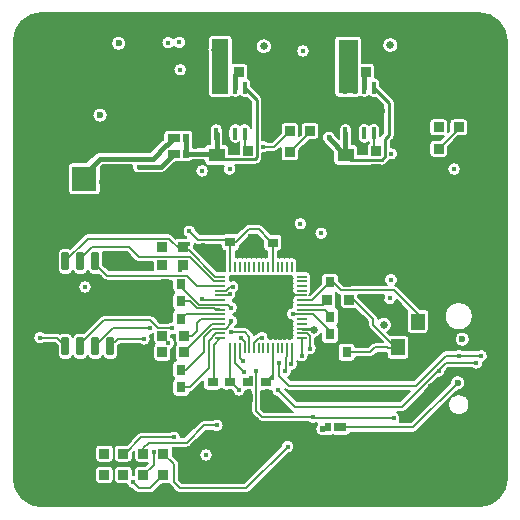
<source format=gbl>
G04 Layer: BottomLayer*
G04 EasyEDA Pro v2.2.27.1, 2024-09-01 09:43:49*
G04 Gerber Generator version 0.3*
G04 Scale: 100 percent, Rotated: No, Reflected: No*
G04 Dimensions in millimeters*
G04 Leading zeros omitted, absolute positions, 3 integers and 5 decimals*
%FSLAX35Y35*%
%MOMM*%
%AMRoundRect*1,1,$1,$2,$3*1,1,$1,$4,$5*1,1,$1,0-$2,0-$3*1,1,$1,0-$4,0-$5*20,1,$1,$2,$3,$4,$5,0*20,1,$1,$4,$5,0-$2,0-$3,0*20,1,$1,0-$2,0-$3,0-$4,0-$5,0*20,1,$1,0-$4,0-$5,$2,$3,0*4,1,4,$2,$3,$4,$5,0-$2,0-$3,0-$4,0-$5,$2,$3,0*%
%ADD10C,0.2032*%
%ADD11R,1.13254X1.37701*%
%ADD12R,0.86401X0.80648*%
%ADD13R,1.37701X1.13254*%
%ADD14C,5.2*%
%ADD15R,0.8X0.9*%
%ADD16R,0.9X0.8*%
%ADD17R,0.80648X0.86401*%
%ADD18R,0.8118X0.86401*%
%ADD19R,0.806X0.86401*%
%ADD20R,0.80648X0.86401*%
%ADD21R,0.806X0.86401*%
%ADD22R,0.86401X0.806*%
%ADD23RoundRect,0.1X0.05X0.3875X0.05X-0.3875*%
%ADD24RoundRect,0.1X0.3875X0.05X0.3875X-0.05*%
%ADD25RoundRect,0.288X1.456X1.456X1.456X-1.456*%
%ADD26RoundRect,0.3X0.15X0.65X0.15X-0.65*%
%ADD27R,1.2X1.4*%
%ADD28R,0.51999X0.7*%
%ADD29R,1.05001X0.7*%
%ADD30C,1.1*%
%ADD31R,0.51999X0.7*%
%ADD32R,1.05001X0.7*%
%ADD33O,0.41999X1.035*%
%ADD34R,2.99999X2.2*%
%ADD35R,0.86401X0.80648*%
%ADD36R,0.86401X0.806*%
%ADD37R,2.05999X2.07*%
%ADD38C,0.45*%
%ADD39C,0.6*%
%ADD40C,0.8*%
%ADD41C,0.65*%
%ADD42C,0.50002*%
%ADD43C,0.4*%
%ADD44C,0.15*%
%ADD45C,0.254*%
%ADD46C,0.2*%
G75*


G04 Copper Start*
G36*
G01X-4059675Y1340840D02*
G02X-3820889Y1579626I238786J0D01*
G01X-120889Y1579626D01*
G02X117897Y1340840I0J-238786D01*
G01X117897Y-2359160D01*
G02X-120889Y-2597946I-238786J0D01*
G01X-3820889Y-2597946D01*
G02X-4059675Y-2359160I0J238786D01*
G01X-4059675Y1340840D01*
G37*
%LPC*%
G36*
G01X-3300107Y-674058D02*
G03X-3269480Y-686745I30628J30628D01*
G01X-2716360Y-686745D01*
G01X-2716360Y-756131D01*
G03X-2700107Y-786131I35814J0D01*
G03X-2716360Y-816131I19561J-30000D01*
G01X-2716360Y-906131D01*
G03X-2700107Y-936131I35814J0D01*
G03X-2716360Y-966131I19561J-30000D01*
G01X-2716360Y-1031701D01*
G03X-2751349Y-1044359I1307J-58299D01*
G01X-2819438Y-1044359D01*
G01X-2874425Y-989373D01*
G03X-2905053Y-976687I-30628J-30628D01*
G01X-3291691Y-976687D01*
G03X-3322318Y-989373I0J-43314D01*
G01X-3463230Y-1130285D01*
G03X-3479050Y-1127759I-15820J-48289D01*
G01X-3509050Y-1127759D01*
G03X-3557550Y-1163413I0J-50814D01*
G03X-3606050Y-1127759I-48500J-15160D01*
G01X-3636050Y-1127759D01*
G03X-3665980Y-1137509I0J-50814D01*
G03X-3694622Y-1126687I-28643J-32492D01*
G01X-3796009Y-1126687D01*
G03X-3893367Y-1170001I-39044J-43314D01*
G03X-3796009Y-1213315I58314J0D01*
G01X-3712563Y-1213315D01*
G01X-3686864Y-1239014D01*
G01X-3686864Y-1308573D01*
G03X-3636050Y-1359387I50814J0D01*
G01X-3606050Y-1359387D01*
G03X-3557550Y-1323733I0J50814D01*
G03X-3509050Y-1359387I48500J15160D01*
G01X-3479050Y-1359387D01*
G03X-3430550Y-1323733I0J50814D01*
G03X-3382050Y-1359387I48500J15160D01*
G01X-3352050Y-1359387D01*
G03X-3303550Y-1323733I0J50814D01*
G03X-3255050Y-1359387I48500J15160D01*
G01X-3225050Y-1359387D01*
G03X-3174236Y-1308573I0J50814D01*
G01X-3174236Y-1239014D01*
G01X-3158537Y-1223315D01*
G01X-2994096Y-1223315D01*
G03X-2917222Y-1224379I39044J43314D01*
G03X-2906104Y-1148305I-37830J44378D01*
G03X-2875687Y-1140381I1052J58305D01*
G01X-2875687Y-1196774D01*
G03X-2863631Y-1223574I35814J0D01*
G03X-2875687Y-1250374I23757J-26800D01*
G01X-2875687Y-1336774D01*
G03X-2839873Y-1372588I35814J0D01*
G01X-2759226Y-1372588D01*
G03X-2723412Y-1336774I0J35814D01*
G01X-2723412Y-1265188D01*
G03X-2692236Y-1213574I-27138J51614D01*
G03X-2723412Y-1161959I-58314J0D01*
G01X-2723412Y-1147712D01*
G03X-2693664Y-1144251I8359J57712D01*
G01X-2693664Y-1196774D01*
G03X-2681607Y-1223574I35814J0D01*
G03X-2693664Y-1250374I23757J-26800D01*
G01X-2693664Y-1336774D01*
G03X-2684633Y-1360551I35814J0D01*
G03X-2716360Y-1396131I4087J-35580D01*
G01X-2716360Y-1486131D01*
G03X-2701116Y-1515448I35814J0D01*
G03X-2716358Y-1544763I20573J-29315D01*
G01X-2716358Y-1634763D01*
G03X-2680544Y-1670577I35814J0D01*
G01X-2600544Y-1670577D01*
G03X-2564730Y-1634763I0J35814D01*
G01X-2564730Y-1632967D01*
G03X-2537185Y-1620391I-3083J43204D01*
G01X-2456362Y-1539567D01*
G01X-2456362Y-1582496D01*
G03X-2420548Y-1618310I35814J0D01*
G01X-2330548Y-1618310D01*
G03X-2300548Y-1602057I0J35814D01*
G03X-2270548Y-1618310I30000J19561D01*
G01X-2208572Y-1618310D01*
G03X-2150548Y-1670813I58024J5812D01*
G03X-2092524Y-1618310I0J58314D01*
G01X-2048366Y-1618310D01*
G01X-2048366Y-1790001D01*
G03X-2035680Y-1820629I43314J0D01*
G01X-1985680Y-1870629D01*
G03X-1955052Y-1883315I30628J30628D01*
G01X-1564096Y-1883315D01*
G03X-1508153Y-1895813I39044J43314D01*
G01X-1486936Y-1895813D01*
G03X-1492004Y-1983532I46388J-46686D01*
G03X-1405357Y-1998114I51456J41033D01*
G01X-1369839Y-1998114D01*
G03X-1357349Y-1995866I0J35814D01*
G03X-1344859Y-1998114I12490J33566D01*
G01X-1239858Y-1998114D01*
G03X-1205716Y-1973114I0J35814D01*
G01X-675349Y-1973114D01*
G03X-642954Y-1959696I0J45814D01*
G01X-301562Y-1618305D01*
G03X-254010Y-1505961I1015J65806D01*
G03X-366353Y-1553514I-46537J-46537D01*
G01X-694326Y-1881486D01*
G01X-789948Y-1881486D01*
G03X-814098Y-1800528I-50599J28988D01*
G01X-772762Y-1800528D01*
G03X-740367Y-1787109I0J45814D01*
G01X-463970Y-1510712D01*
G03X-419313Y-1493733I3423J58214D01*
G03X-402334Y-1449076I-41234J41234D01*
G01X-381570Y-1428312D01*
G01X-176625Y-1428312D01*
G03X-113043Y-1433919I36078J45814D01*
G03X-82413Y-1377921I-27503J51421D01*
G03X-49140Y-1294970I-18134J55423D01*
G03X-136625Y-1276685I-51407J-27529D01*
G01X-254469Y-1276685D01*
G03X-326625Y-1276685I-36078J-45814D01*
G01X-400547Y-1276685D01*
G03X-432942Y-1290103I0J-45814D01*
G01X-671739Y-1528900D01*
G01X-1710433Y-1528900D01*
G01X-1734607Y-1504725D01*
G03X-1710394Y-1482249I-25941J52227D01*
G03X-1702278Y-1450223I-50154J29750D01*
G03X-1658015Y-1367183I-8270J57725D01*
G03X-1594594Y-1374719I37467J44685D01*
G03X-1562305Y-1319615I-25954J52220D01*
G03X-1499945Y-1291479I11757J57117D01*
G03X-1507234Y-1223454I-50603J28980D01*
G01X-1507234Y-1172520D01*
G03X-1456364Y-1136167I-9881J67596D01*
G01X-1456364Y-1186276D01*
G03X-1420550Y-1222090I35814J0D01*
G01X-1340550Y-1222090D01*
G03X-1304736Y-1186276I0J35814D01*
G01X-1304736Y-1096276D01*
G03X-1320989Y-1066276I-35814J0D01*
G03X-1304736Y-1036276I-19561J30000D01*
G01X-1304736Y-946276D01*
G03X-1333514Y-911160I-35814J0D01*
G03X-1327435Y-891199I-29735J19962D01*
G01X-1327435Y-804798D01*
G03X-1331040Y-789139I-35814J0D01*
G01X-1320575Y-799604D01*
G03X-1297687Y-811593I30628J30628D01*
G01X-1297687Y-891199D01*
G03X-1261873Y-927013I35814J0D01*
G01X-1181226Y-927013D01*
G03X-1166523Y-923855I0J35814D01*
G01X-1058366Y-1032013D01*
G01X-1058366Y-1064207D01*
G03X-1045679Y-1094835I43314J0D01*
G01X-931329Y-1209184D01*
G01X-1000547Y-1209184D01*
G03X-1031175Y-1221871I0J-43314D01*
G01X-1059731Y-1250427D01*
G01X-1164731Y-1250427D01*
G01X-1164731Y-1248741D01*
G03X-1200545Y-1212927I-35814J0D01*
G01X-1280545Y-1212927D01*
G03X-1316359Y-1248741I0J-35814D01*
G01X-1316359Y-1338741D01*
G03X-1280545Y-1374555I35814J0D01*
G01X-1200545Y-1374555D01*
G03X-1164731Y-1338741I0J35814D01*
G01X-1164731Y-1337055D01*
G01X-1041790Y-1337055D01*
G03X-1011163Y-1324369I0J43314D01*
G01X-982606Y-1295812D01*
G01X-901361Y-1295812D01*
G01X-901361Y-1322498D01*
G03X-865547Y-1358312I35814J0D01*
G01X-745547Y-1358312D01*
G03X-709733Y-1322498I0J35814D01*
G01X-709733Y-1182498D01*
G03X-745547Y-1146684I-35814J0D01*
G01X-865547Y-1146684D01*
G03X-870914Y-1147089I0J-35814D01*
G01X-896118Y-1121885D01*
G03X-868537Y-1021623I-28933J61884D01*
G03X-971903Y-1010284I-56515J-38378D01*
G03X-984424Y-983444I-43148J-3787D01*
G01X-1145412Y-822456D01*
G01X-1145412Y-812290D01*
G01X-926259Y-812290D01*
G03X-892901Y-892785I52488J-25408D01*
G03X-816833Y-850289I19129J55087D01*
G01X-725000Y-942122D01*
G03X-731361Y-962499I29452J-20377D01*
G01X-731361Y-1102498D01*
G03X-695547Y-1138312I35814J0D01*
G01X-575547Y-1138312D01*
G03X-539733Y-1102498I0J35814D01*
G01X-539733Y-962499D01*
G03X-575547Y-926685I-35814J0D01*
G01X-617927Y-926685D01*
G01X-806263Y-738348D01*
G03X-829084Y-726371I-30628J-30628D01*
G03X-863960Y-621760I-35452J46300D01*
G03X-900896Y-725662I-576J-58311D01*
G01X-1272006Y-725662D01*
G01X-1304736Y-692932D01*
G01X-1304736Y-656276D01*
G03X-1340550Y-620462I-35814J0D01*
G01X-1420550Y-620462D01*
G03X-1456364Y-656276I0J-35814D01*
G01X-1456364Y-715835D01*
G01X-1549075Y-808546D01*
G01X-1556205Y-808546D01*
G03X-1541116Y-776860I-25725J31686D01*
G01X-1541116Y-766860D01*
G03X-1543972Y-751860I-40814J0D01*
G03X-1541116Y-736860I-37958J15000D01*
G01X-1541116Y-726860D01*
G03X-1543972Y-711860I-40814J0D01*
G03X-1541116Y-696860I-37958J15000D01*
G01X-1541116Y-686860D01*
G03X-1543972Y-671860I-40814J0D01*
G03X-1541116Y-656861I-37958J15000D01*
G01X-1541116Y-646861D01*
G03X-1581930Y-606047I-40814J0D01*
G01X-1658616Y-606047D01*
G01X-1658616Y-529361D01*
G03X-1699430Y-488547I-40814J0D01*
G01X-1709430Y-488547D01*
G03X-1724430Y-491403I0J-40814D01*
G03X-1739430Y-488547I-15000J-37958D01*
G01X-1749430Y-488547D01*
G03X-1764430Y-491403I0J-40814D01*
G03X-1779430Y-488547I-15000J-37958D01*
G01X-1789429Y-488547D01*
G03X-1804429Y-491403I0J-40814D01*
G03X-1819429Y-488547I-15000J-37958D01*
G01X-1819555Y-440447D01*
G03X-1784555Y-404642I-814J35805D01*
G01X-1784555Y-324642D01*
G03X-1820369Y-288828I-35814J0D01*
G01X-1881801Y-288828D01*
G01X-1950647Y-219983D01*
G03X-1983042Y-206564I-32395J-32395D01*
G01X-2070611Y-206564D01*
G03X-2103007Y-219983I0J-45814D01*
G01X-2170272Y-287249D01*
G03X-2178509Y-286288I-8237J-34854D01*
G01X-2268509Y-286288D01*
G03X-2288889Y-292652I0J-35814D01*
G01X-2483021Y-292652D01*
G01X-2515172Y-260501D01*
G03X-2608657Y-222600I-57739J-8172D01*
G03X-2595172Y-322571I35747J-46073D01*
G03X-2603130Y-324559I10119J-57429D01*
G01X-2663877Y-324559D01*
G03X-2683430Y-330368I0J-35814D01*
G01X-2714425Y-299372D01*
G03X-2745052Y-286686I-30628J-30628D01*
G01X-3433791Y-286686D01*
G03X-3464419Y-299372I0J-43314D01*
G01X-3579995Y-414949D01*
G03X-3606050Y-407761I-26054J-43626D01*
G01X-3636050Y-407761D01*
G03X-3686864Y-458575I0J-50814D01*
G01X-3686864Y-588574D01*
G03X-3636050Y-639388I50814J0D01*
G01X-3606050Y-639388D01*
G03X-3557550Y-603734I0J50814D01*
G03X-3509050Y-639388I48500J15160D01*
G01X-3479050Y-639388D01*
G03X-3430550Y-603734I0J50814D01*
G03X-3382050Y-639388I48500J15160D01*
G01X-3352050Y-639388D01*
G03X-3337044Y-637122I0J50814D01*
G01X-3300107Y-674058D01*
G37*
G36*
G01X-2902688Y403316D02*
G01X-3330549Y403316D01*
G03X-3370015Y386969I0J-55814D01*
G01X-3443068Y313916D01*
G01X-3563548Y313916D01*
G03X-3599362Y278102I0J-35814D01*
G01X-3599362Y71102D01*
G03X-3563548Y35288I35814J0D01*
G01X-3357549Y35288D01*
G03X-3321735Y71102I0J35814D01*
G01X-3321735Y277383D01*
G01X-3307430Y291689D01*
G01X-3057111Y291689D01*
G03X-3040778Y235288I56562J-14186D01*
G03X-2983657Y221688I40230J42215D01*
G01X-2812288Y221688D01*
G03X-2772822Y238036I0J55814D01*
G01X-2694169Y316688D01*
G01X-2649787Y316688D01*
G03X-2637298Y318937I0J35814D01*
G03X-2624808Y316688I12490J33566D01*
G01X-2572809Y316688D01*
G03X-2543664Y331688I0J35814D01*
G01X-2445953Y331688D01*
G01X-2445953Y320875D01*
G03X-2410139Y285061I35814J0D01*
G01X-2281939Y285061D01*
G03X-2226712Y199315I51391J-27559D01*
G03X-2183220Y291569I-3836J58188D01*
G01X-2017787Y291569D01*
G03X-1983482Y305779I0J48514D01*
G01X-1967138Y322122D01*
G03X-1952929Y356427I-34305J34305D01*
G01X-1952929Y390029D01*
G03X-1906504Y404560I7381J57845D01*
G01X-1853177Y404560D01*
G03X-1822549Y417246I0J43314D01*
G01X-1799533Y440262D01*
G01X-1799562Y438827D01*
G01X-1799562Y358179D01*
G03X-1763748Y322365I35814J0D01*
G01X-1677347Y322365D01*
G03X-1641533Y358179I0J35814D01*
G01X-1641533Y416262D01*
G01X-1553407Y504389D01*
G01X-1507347Y504389D01*
G03X-1471533Y540203I0J35814D01*
G01X-1471533Y620803D01*
G03X-1507347Y656617I-35814J0D01*
G01X-1593748Y656617D01*
G03X-1629562Y620803I0J-35814D01*
G01X-1629562Y550744D01*
G01X-1641563Y538743D01*
G01X-1641533Y540203D01*
G01X-1641533Y620803D01*
G03X-1677347Y656617I-35814J0D01*
G01X-1763748Y656617D01*
G03X-1799562Y620803I0J-35814D01*
G01X-1799562Y562743D01*
G01X-1871118Y491188D01*
G01X-1906504Y491188D01*
G03X-1953419Y505654I-39044J-43314D01*
G01X-1953419Y845645D01*
G03X-1967629Y879949I-48514J0D01*
G01X-2047226Y959547D01*
G01X-2047226Y978502D01*
G03X-2073503Y1026411I-56813J0D01*
G03X-2072623Y1034302I-34934J7892D01*
G01X-2072623Y1120703D01*
G03X-2108437Y1156517I-35814J0D01*
G01X-2189084Y1156517D01*
G03X-2206186Y1152170I0J-35814D01*
G01X-2206186Y1359710D01*
G03X-2242000Y1395524I-35814J0D01*
G01X-2376110Y1395524D01*
G03X-2411924Y1359710I0J-35814D01*
G01X-2411924Y1299159D01*
G03X-2418849Y1267504I68889J-31654D01*
G03X-2411924Y1235850I75814J0D01*
G01X-2411924Y895000D01*
G03X-2376110Y859186I35814J0D01*
G01X-2242000Y859186D01*
G03X-2216191Y870170I0J35814D01*
G03X-2144032Y876647I32166J46830D01*
G03X-2087535Y862637I39992J40353D01*
G01X-2050447Y825550D01*
G01X-2050447Y608856D01*
G03X-2144032Y630352I-53592J-18858D01*
G03X-2240838Y589999I-39992J-40353D01*
G01X-2240838Y528498D01*
G03X-2147354Y485104I56813J0D01*
G01X-2147354Y465467D01*
G03X-2151558Y448631I31610J-16836D01*
G01X-2151558Y388597D01*
G01X-2236624Y388597D01*
G01X-2236624Y434129D01*
G03X-2272438Y469943I-35814J0D01*
G01X-2285474Y469943D01*
G01X-2285474Y556518D01*
G03X-2287205Y570310I-55814J0D01*
G01X-2287205Y589999D01*
G03X-2400832Y589999I-56813J0D01*
G01X-2400832Y528498D01*
G03X-2397102Y508251I56813J0D01*
G01X-2397102Y469943D01*
G01X-2410139Y469943D01*
G03X-2444754Y443316I0J-35814D01*
G01X-2542995Y443316D01*
G01X-2542995Y464493D01*
G03X-2536995Y484336I-29814J19843D01*
G01X-2536995Y554336D01*
G03X-2572809Y590150I-35814J0D01*
G01X-2624808Y590150D01*
G03X-2637298Y587901I0J-35814D01*
G03X-2649787Y590150I-12490J-33566D01*
G01X-2754788Y590150D01*
G03X-2790602Y554336I0J-35814D01*
G01X-2790602Y509954D01*
G01X-2791704Y508853D01*
G03X-2808835Y497169I22335J-51150D01*
G01X-2902688Y403316D01*
G37*
G36*
G01X-3513367Y-740000D02*
G03X-3396739Y-740000I58314J0D01*
G03X-3513367Y-740000I-58314J0D01*
G37*
G36*
G01X-3392807Y714001D02*
G03X-3261179Y714001I65814J0D01*
G03X-3392807Y714001I-65814J0D01*
G37*
G36*
G01X-3247348Y-2226298D02*
G03X-3211534Y-2190484I0J35814D01*
G01X-3211534Y-2109837D01*
G03X-3247348Y-2074023I-35814J0D01*
G01X-3333749Y-2074023D01*
G03X-3369563Y-2109837I0J-35814D01*
G01X-3369563Y-2190484D01*
G03X-3333749Y-2226298I35814J0D01*
G01X-3247348Y-2226298D01*
G37*
G36*
G01X-3333749Y-2256046D02*
G03X-3369563Y-2291860I0J-35814D01*
G01X-3369563Y-2372460D01*
G03X-3333749Y-2408274I35814J0D01*
G01X-3247348Y-2408274D01*
G03X-3211534Y-2372460I0J35814D01*
G01X-3211534Y-2291860D01*
G03X-3247348Y-2256046I-35814J0D01*
G01X-3275934Y-2256046D01*
G03X-3305164Y-2256046I-14615J-56453D01*
G01X-3333749Y-2256046D01*
G37*
G36*
G01X-3236363Y1322503D02*
G03X-3104735Y1322503I65814J0D01*
G03X-3236363Y1322503I-65814J0D01*
G37*
G36*
G01X-2632607Y-2399185D02*
G01X-2657234Y-2374558D01*
G01X-2657234Y-2240501D01*
G03X-2669921Y-2209874I-43314J0D01*
G01X-2711875Y-2167920D01*
G01X-2711875Y-2109837D01*
G03X-2712969Y-2101053I-35814J0D01*
G01X-2595788Y-2101053D01*
G03X-2565161Y-2088366I0J43314D01*
G01X-2432607Y-1955813D01*
G01X-2379592Y-1955813D01*
G03X-2282234Y-1912499I39044J43314D01*
G03X-2379592Y-1869185I-58314J0D01*
G01X-2450548Y-1869185D01*
G03X-2481176Y-1881871I0J-43314D01*
G01X-2613730Y-2014425D01*
G01X-2642266Y-2014425D01*
G03X-2675968Y-1959618I-58282J1926D01*
G03X-2739592Y-1969185I-24580J-52880D01*
G01X-2980549Y-1969185D01*
G03X-3011176Y-1981871I0J-43314D01*
G01X-3103328Y-2074023D01*
G01X-3174089Y-2074023D01*
G03X-3209903Y-2109837I0J-35814D01*
G01X-3209903Y-2190484D01*
G03X-3174089Y-2226298I35814J0D01*
G01X-3087689Y-2226298D01*
G03X-3051875Y-2190484I0J35814D01*
G01X-3051875Y-2145080D01*
G01X-3039903Y-2133109D01*
G01X-3039903Y-2190484D01*
G03X-3004089Y-2226298I35814J0D01*
G01X-2919818Y-2226298D01*
G01X-2949566Y-2256046D01*
G01X-3004089Y-2256046D01*
G03X-3039903Y-2291860I0J-35814D01*
G01X-3039903Y-2335560D01*
G03X-3051875Y-2335424I-6643J-57934D01*
G01X-3051875Y-2291860D01*
G03X-3087689Y-2256046I-35814J0D01*
G01X-3174089Y-2256046D01*
G03X-3209903Y-2291860I0J-35814D01*
G01X-3209903Y-2372460D01*
G03X-3174089Y-2408274I35814J0D01*
G01X-3102957Y-2408274D01*
G03X-3053431Y-2451400I56410J14780D01*
G01X-3029937Y-2474894D01*
G03X-2997542Y-2488313I32395J32395D01*
G01X-2901228Y-2488313D01*
G03X-2868833Y-2474894I0J45814D01*
G01X-2802213Y-2408274D01*
G01X-2747689Y-2408274D01*
G03X-2741120Y-2407667I0J35814D01*
G03X-2731176Y-2423126I40571J15168D01*
G01X-2681176Y-2473127D01*
G03X-2650548Y-2485813I30628J30628D01*
G01X-2090548Y-2485813D01*
G03X-2059920Y-2473127I0J43314D01*
G01X-1737528Y-2150735D01*
G03X-1699313Y-2051264I-3019J58236D01*
G03X-1798784Y-2089479I-41234J-41234D01*
G01X-2108489Y-2399185D01*
G01X-2632607Y-2399185D01*
G37*
G36*
G01X-2808833Y1325646D02*
G03X-2702449Y1294533I58284J1857D01*
G03X-2598263Y1332356I45902J35966D01*
G03X-2704646Y1363469I-58284J-1857D01*
G03X-2808833Y1325646I-45902J-35966D01*
G37*
G36*
G01X-2706861Y1098499D02*
G03X-2590233Y1098499I58314J0D01*
G03X-2706861Y1098499I-58314J0D01*
G37*
G36*
G01X-2521859Y242708D02*
G03X-2405230Y242708I58314J0D01*
G03X-2521859Y242708I-58314J0D01*
G37*
G36*
G01X-2488862Y-2162499D02*
G03X-2372234Y-2162499I58314J0D01*
G03X-2488862Y-2162499I-58314J0D01*
G37*
G36*
G01X-2008862Y1297503D02*
G03X-1872234Y1297503I68314J0D01*
G03X-2008862Y1297503I-68314J0D01*
G37*
G36*
G01X-1689528Y-205754D02*
G03X-1572900Y-205754I58314J0D01*
G03X-1689528Y-205754I-58314J0D01*
G37*
G36*
G01X-1668862Y1257503D02*
G03X-1552234Y1257503I58314J0D01*
G03X-1668862Y1257503I-58314J0D01*
G37*
G36*
G01X-1513783Y-284957D02*
G03X-1397155Y-284957I58314J0D01*
G03X-1513783Y-284957I-58314J0D01*
G37*
G36*
G01X-1352333Y320875D02*
G03X-1316519Y285061I35814J0D01*
G01X-1210620Y285061D01*
G03X-1203165Y284485I7454J47938D01*
G01X-943560Y284485D01*
G03X-909255Y298695I0J48514D01*
G01X-877303Y330647D01*
G03X-802722Y378969I16755J55855D01*
G03X-862434Y444786I-57825J7533D01*
G01X-862434Y493954D01*
G01X-845841Y510547D01*
G03X-831632Y544852I-34305J34305D01*
G01X-831632Y817966D01*
G03X-845841Y852270I-48514J0D01*
G01X-953606Y960036D01*
G01X-953606Y978990D01*
G03X-998879Y1034619I-56813J0D01*
G01X-998860Y1035798D01*
G01X-998860Y1122198D01*
G03X-1034674Y1158012I-35814J0D01*
G01X-1112186Y1158012D01*
G01X-1112186Y1352190D01*
G03X-1148000Y1388004I-35814J0D01*
G01X-1308660Y1388004D01*
G03X-1344474Y1352190I0J-35814D01*
G01X-1344474Y899000D01*
G03X-1308660Y863186I35814J0D01*
G01X-1267099Y863186D01*
G03X-1233698Y863186I16700J54303D01*
G01X-1187115Y863186D01*
G03X-1153714Y863186I16700J54303D01*
G01X-1148000Y863186D01*
G03X-1124457Y872012I0J35814D01*
G03X-1050412Y877136I34052J45477D01*
G03X-993915Y863126I39992J40353D01*
G01X-928660Y797871D01*
G01X-928660Y564947D01*
G01X-945252Y548354D01*
G03X-953606Y537155I34305J-34305D01*
G01X-953606Y590487D01*
G03X-1050412Y630841I-56813J0D01*
G03X-1147218Y590487I-39992J-40353D01*
G01X-1147218Y528986D01*
G03X-1053734Y485592I56813J0D01*
G01X-1053734Y479518D01*
G03X-1067864Y451014I21683J-28504D01*
G01X-1067864Y381513D01*
G01X-1143004Y381513D01*
G01X-1143004Y434129D01*
G03X-1178818Y469943I-35814J0D01*
G01X-1194585Y469943D01*
G01X-1194585Y518376D01*
G03X-1193585Y528986I-55814J10610D01*
G01X-1193585Y590487D01*
G03X-1307212Y590487I-56813J0D01*
G01X-1307212Y528986D01*
G03X-1306213Y518376I56813J0D01*
G01X-1306213Y514979D01*
G01X-1334368Y543134D01*
G03X-1410213Y582401I-56180J-15632D01*
G03X-1443875Y503908I19665J-54898D01*
G03X-1430014Y480915I53327J16474D01*
G01X-1352333Y403234D01*
G01X-1352333Y320875D01*
G37*
G36*
G01X-938861Y1307503D02*
G03X-802233Y1307503I68314J0D01*
G03X-938861Y1307503I-68314J0D01*
G37*
G36*
G01X-445665Y504641D02*
G01X-503748Y504641D01*
G03X-539562Y468827I0J-35814D01*
G01X-539562Y388179D01*
G03X-503748Y352365I35814J0D01*
G01X-417347Y352365D01*
G03X-381533Y388179I0J35814D01*
G01X-381533Y446262D01*
G01X-293406Y534388D01*
G01X-247347Y534388D01*
G03X-211533Y570202I0J35814D01*
G01X-211533Y650802D01*
G03X-247347Y686616I-35814J0D01*
G01X-333747Y686616D01*
G03X-369561Y650802I0J-35814D01*
G01X-369561Y580744D01*
G01X-381563Y568743D01*
G01X-381533Y570202D01*
G01X-381533Y650802D01*
G03X-417347Y686616I-35814J0D01*
G01X-503748Y686616D01*
G03X-539562Y650802I0J-35814D01*
G01X-539562Y570202D01*
G03X-503748Y534388I35814J0D01*
G01X-417347Y534388D01*
G01X-415887Y534418D01*
G01X-445665Y504641D01*
G37*
G36*
G01X-170833Y-987499D02*
G03X-410261Y-987499I-119714J0D01*
G03X-170833Y-987499I119714J0D01*
G37*
G36*
G01X-388861Y257502D02*
G03X-272233Y257502I58314J0D01*
G03X-388861Y257502I-58314J0D01*
G37*
G36*
G01X-199333Y-1737498D02*
G03X-381761Y-1737498I-91214J0D01*
G03X-199333Y-1737498I91214J0D01*
G37*
G36*
G01X-326361Y-1182498D02*
G03X-194733Y-1182498I65814J0D01*
G03X-326361Y-1182498I-65814J0D01*
G37*
%LPD*%
G36*
G01X-3301236Y-458575D02*
G03X-3302599Y-446887I-50814J0D01*
G01X-3102994Y-446887D01*
G01X-3030234Y-519648D01*
G03X-2999606Y-532334I30628J30628D01*
G01X-2881667Y-532334D01*
G01X-2881667Y-598121D01*
G01X-2881611Y-600117D01*
G01X-3251538Y-600117D01*
G01X-3301236Y-550419D01*
G01X-3301236Y-458575D01*
G37*
G36*
G01X-2534583Y-409214D02*
G03X-2526817Y-376975I-50469J29214D01*
G03X-2501998Y-384280I24819J38509D01*
G01X-2304323Y-384280D01*
G01X-2304323Y-402102D01*
G03X-2269323Y-437907I35814J0D01*
G01X-2269323Y-520746D01*
G03X-2270243Y-529361I39895J-8615D01*
G01X-2270243Y-606047D01*
G01X-2337751Y-606047D01*
G01X-2534583Y-409214D01*
G37*
G36*
G01X-2011988Y-1138932D02*
G01X-2022565Y-1149510D01*
G03X-2033801Y-1129996I-41864J-11114D01*
G01X-2070427Y-1093370D01*
G03X-2101055Y-1080684I-30628J-30628D01*
G01X-2181995Y-1080684D01*
G03X-2184808Y-1078304I-39044J-43314D01*
G03X-2160061Y-1018555I-32461J48444D01*
G03X-2205676Y-972710I-57208J-11305D01*
G03X-2158982Y-913803I-11594J57150D01*
G03X-2209140Y-857815I-58288J-1757D01*
G03X-2173995Y-789356I-21410J54242D01*
G03X-2153567Y-712618I-31057J49356D01*
G03X-2228615Y-686659I-51485J-27383D01*
G03X-2231471Y-671860I-40813J-202D01*
G03X-2228615Y-656861I-37958J15000D01*
G01X-2228615Y-647675D01*
G01X-2219429Y-647675D01*
G03X-2204429Y-644818I0J40814D01*
G03X-2189429Y-647675I15000J37958D01*
G01X-2179429Y-647675D01*
G03X-2164429Y-644818I0J40814D01*
G03X-2149429Y-647675I15000J37958D01*
G01X-2139429Y-647675D01*
G03X-2124429Y-644818I0J40814D01*
G03X-2109429Y-647675I15000J37958D01*
G01X-2099429Y-647675D01*
G03X-2084429Y-644818I0J40814D01*
G03X-2069429Y-647675I15000J37958D01*
G01X-2059429Y-647675D01*
G03X-2044429Y-644818I0J40814D01*
G03X-2029429Y-647675I15000J37958D01*
G01X-2019429Y-647675D01*
G03X-2004429Y-644818I0J40814D01*
G03X-1989429Y-647675I15000J37958D01*
G01X-1979429Y-647675D01*
G03X-1964429Y-644818I0J40814D01*
G03X-1949429Y-647675I15000J37958D01*
G01X-1939429Y-647675D01*
G03X-1924429Y-644818I0J40814D01*
G03X-1909429Y-647675I15000J37958D01*
G01X-1899429Y-647675D01*
G03X-1884429Y-644818I0J40814D01*
G03X-1869429Y-647675I15000J37958D01*
G01X-1859429Y-647675D01*
G03X-1844429Y-644818I0J40814D01*
G03X-1829429Y-647675I15000J37958D01*
G01X-1819429Y-647675D01*
G03X-1804429Y-644818I0J40814D01*
G03X-1789429Y-647675I15000J37958D01*
G01X-1779430Y-647675D01*
G03X-1764430Y-644818I0J40814D01*
G03X-1749430Y-647675I15000J37958D01*
G01X-1739430Y-647675D01*
G03X-1724430Y-644818I0J40814D01*
G03X-1709430Y-647675I15000J37958D01*
G01X-1700244Y-647675D01*
G01X-1700244Y-656861D01*
G03X-1697387Y-671860I40814J0D01*
G03X-1700244Y-686860I37958J-15000D01*
G01X-1700244Y-696860D01*
G03X-1697387Y-711860I40814J0D01*
G03X-1700244Y-726860I37958J-15000D01*
G01X-1700244Y-736860D01*
G03X-1697387Y-751860I40814J0D01*
G03X-1700244Y-766860I37958J-15000D01*
G01X-1700244Y-776860D01*
G03X-1680425Y-811860I40814J0D01*
G03X-1700244Y-846860I20995J-35000D01*
G01X-1700244Y-856860D01*
G03X-1697387Y-871860I40814J0D01*
G03X-1700244Y-886860I37958J-15000D01*
G01X-1700244Y-896860D01*
G03X-1697861Y-910600I40814J0D01*
G03X-1754881Y-968370I1292J-58300D01*
G03X-1698921Y-1027167I58312J-530D01*
G03X-1697387Y-1031860I39491J10307D01*
G03X-1700244Y-1046860I37958J-15000D01*
G01X-1700244Y-1056860D01*
G03X-1697387Y-1071860I40814J0D01*
G03X-1700244Y-1086860I37958J-15000D01*
G01X-1700244Y-1096860D01*
G03X-1697387Y-1111860I40814J0D01*
G03X-1700244Y-1126860I37958J-15000D01*
G01X-1700244Y-1136860D01*
G03X-1697387Y-1151860I40814J0D01*
G03X-1700244Y-1166859I37958J-15000D01*
G01X-1700244Y-1176045D01*
G01X-1709430Y-1176045D01*
G03X-1724430Y-1178902I0J-40814D01*
G03X-1739430Y-1176045I-15000J-37958D01*
G01X-1749430Y-1176045D01*
G03X-1764430Y-1178902I0J-40814D01*
G03X-1779430Y-1176045I-15000J-37958D01*
G01X-1789429Y-1176045D01*
G03X-1804429Y-1178902I0J-40814D01*
G03X-1819429Y-1176045I-15000J-37958D01*
G01X-1829429Y-1176045D01*
G03X-1844429Y-1178902I0J-40814D01*
G03X-1859429Y-1176045I-15000J-37958D01*
G01X-1869429Y-1176045D01*
G03X-1884429Y-1178902I0J-40814D01*
G03X-1899429Y-1176045I-15000J-37958D01*
G01X-1900237Y-1176045D01*
G03X-1935088Y-1116017I-57952J6485D01*
G03X-2002670Y-1131851I-23101J-53543D01*
G03X-2011988Y-1138932I21310J-37709D01*
G37*
G36*
G01X-2177695Y-437907D02*
G03X-2142695Y-402102I-814J35805D01*
G01X-2142695Y-389253D01*
G01X-2051635Y-298192D01*
G01X-2002019Y-298192D01*
G01X-1946183Y-354028D01*
G01X-1946183Y-404642D01*
G03X-1911183Y-440447I35814J0D01*
G01X-1911183Y-488584D01*
G03X-1924429Y-491403I1754J-40776D01*
G03X-1939429Y-488547I-15000J-37958D01*
G01X-1949429Y-488547D01*
G03X-1964429Y-491403I0J-40814D01*
G03X-1979429Y-488547I-15000J-37958D01*
G01X-1989429Y-488547D01*
G03X-2004429Y-491403I0J-40814D01*
G03X-2019429Y-488547I-15000J-37958D01*
G01X-2029429Y-488547D01*
G03X-2044429Y-491403I0J-40814D01*
G03X-2059429Y-488547I-15000J-37958D01*
G01X-2069429Y-488547D01*
G03X-2084429Y-491403I0J-40814D01*
G03X-2099429Y-488547I-15000J-37958D01*
G01X-2109429Y-488547D01*
G03X-2124429Y-491403I0J-40814D01*
G03X-2139429Y-488547I-15000J-37958D01*
G01X-2149429Y-488547D01*
G03X-2164429Y-491403I0J-40814D01*
G03X-2177695Y-488583I-15000J-37958D01*
G01X-2177695Y-437907D01*
G37*
G36*
G01X-1880548Y-1618310D02*
G01X-1878674Y-1618261D01*
G03X-1827434Y-1671480I58125J4687D01*
G01X-1711805Y-1787109D01*
G03X-1697772Y-1796687I32395J32395D01*
G01X-1937111Y-1796687D01*
G01X-1961738Y-1772060D01*
G01X-1961738Y-1618310D01*
G01X-1880548Y-1618310D01*
G37*
G36*
G01X-791739Y-1708900D02*
G01X-1660432Y-1708900D01*
G01X-1762643Y-1606690D01*
G01X-1762702Y-1606212D01*
G01X-1761805Y-1607109D01*
G03X-1729409Y-1620528I32395J32395D01*
G01X-703367Y-1620528D01*
G01X-791739Y-1708900D01*
G37*
G54D10*
G01X-4059675Y1340840D02*
G02X-3820889Y1579626I238786J0D01*
G01X-120889Y1579626D01*
G02X117897Y1340840I0J-238786D01*
G01X117897Y-2359160D01*
G02X-120889Y-2597946I-238786J0D01*
G01X-3820889Y-2597946D01*
G02X-4059675Y-2359160I0J238786D01*
G01X-4059675Y1340840D01*
G01X-3300107Y-674058D02*
G03X-3269480Y-686745I30628J30628D01*
G01X-2716360Y-686745D01*
G01X-2716360Y-756131D01*
G03X-2700107Y-786131I35814J0D01*
G03X-2716360Y-816131I19561J-30000D01*
G01X-2716360Y-906131D01*
G03X-2700107Y-936131I35814J0D01*
G03X-2716360Y-966131I19561J-30000D01*
G01X-2716360Y-1031701D01*
G03X-2751349Y-1044359I1307J-58299D01*
G01X-2819438Y-1044359D01*
G01X-2874425Y-989373D01*
G03X-2905053Y-976687I-30628J-30628D01*
G01X-3291691Y-976687D01*
G03X-3322318Y-989373I0J-43314D01*
G01X-3463230Y-1130285D01*
G03X-3479050Y-1127759I-15820J-48289D01*
G01X-3509050Y-1127759D01*
G03X-3557550Y-1163413I0J-50814D01*
G03X-3606050Y-1127759I-48500J-15160D01*
G01X-3636050Y-1127759D01*
G03X-3665980Y-1137509I0J-50814D01*
G03X-3694622Y-1126687I-28643J-32492D01*
G01X-3796009Y-1126687D01*
G03X-3893367Y-1170001I-39044J-43314D01*
G03X-3796009Y-1213315I58314J0D01*
G01X-3712563Y-1213315D01*
G01X-3686864Y-1239014D01*
G01X-3686864Y-1308573D01*
G03X-3636050Y-1359387I50814J0D01*
G01X-3606050Y-1359387D01*
G03X-3557550Y-1323733I0J50814D01*
G03X-3509050Y-1359387I48500J15160D01*
G01X-3479050Y-1359387D01*
G03X-3430550Y-1323733I0J50814D01*
G03X-3382050Y-1359387I48500J15160D01*
G01X-3352050Y-1359387D01*
G03X-3303550Y-1323733I0J50814D01*
G03X-3255050Y-1359387I48500J15160D01*
G01X-3225050Y-1359387D01*
G03X-3174236Y-1308573I0J50814D01*
G01X-3174236Y-1239014D01*
G01X-3158537Y-1223315D01*
G01X-2994096Y-1223315D01*
G03X-2917222Y-1224379I39044J43314D01*
G03X-2906104Y-1148305I-37830J44378D01*
G03X-2875687Y-1140381I1052J58305D01*
G01X-2875687Y-1196774D01*
G03X-2863631Y-1223574I35814J0D01*
G03X-2875687Y-1250374I23757J-26800D01*
G01X-2875687Y-1336774D01*
G03X-2839873Y-1372588I35814J0D01*
G01X-2759226Y-1372588D01*
G03X-2723412Y-1336774I0J35814D01*
G01X-2723412Y-1265188D01*
G03X-2692236Y-1213574I-27138J51614D01*
G03X-2723412Y-1161959I-58314J0D01*
G01X-2723412Y-1147712D01*
G03X-2693664Y-1144251I8359J57712D01*
G01X-2693664Y-1196774D01*
G03X-2681607Y-1223574I35814J0D01*
G03X-2693664Y-1250374I23757J-26800D01*
G01X-2693664Y-1336774D01*
G03X-2684633Y-1360551I35814J0D01*
G03X-2716360Y-1396131I4087J-35580D01*
G01X-2716360Y-1486131D01*
G03X-2701116Y-1515448I35814J0D01*
G03X-2716358Y-1544763I20573J-29315D01*
G01X-2716358Y-1634763D01*
G03X-2680544Y-1670577I35814J0D01*
G01X-2600544Y-1670577D01*
G03X-2564730Y-1634763I0J35814D01*
G01X-2564730Y-1632967D01*
G03X-2537185Y-1620391I-3083J43204D01*
G01X-2456362Y-1539567D01*
G01X-2456362Y-1582496D01*
G03X-2420548Y-1618310I35814J0D01*
G01X-2330548Y-1618310D01*
G03X-2300548Y-1602057I0J35814D01*
G03X-2270548Y-1618310I30000J19561D01*
G01X-2208572Y-1618310D01*
G03X-2150548Y-1670813I58024J5812D01*
G03X-2092524Y-1618310I0J58314D01*
G01X-2048366Y-1618310D01*
G01X-2048366Y-1790001D01*
G03X-2035680Y-1820629I43314J0D01*
G01X-1985680Y-1870629D01*
G03X-1955052Y-1883315I30628J30628D01*
G01X-1564096Y-1883315D01*
G03X-1508153Y-1895813I39044J43314D01*
G01X-1486936Y-1895813D01*
G03X-1492004Y-1983532I46388J-46686D01*
G03X-1405357Y-1998114I51456J41033D01*
G01X-1369839Y-1998114D01*
G03X-1357349Y-1995866I0J35814D01*
G03X-1344859Y-1998114I12490J33566D01*
G01X-1239858Y-1998114D01*
G03X-1205716Y-1973114I0J35814D01*
G01X-675349Y-1973114D01*
G03X-642954Y-1959696I0J45814D01*
G01X-301562Y-1618305D01*
G03X-254010Y-1505961I1015J65806D01*
G03X-366353Y-1553514I-46537J-46537D01*
G01X-694326Y-1881486D01*
G01X-789948Y-1881486D01*
G03X-814098Y-1800528I-50599J28988D01*
G01X-772762Y-1800528D01*
G03X-740367Y-1787109I0J45814D01*
G01X-463970Y-1510712D01*
G03X-419313Y-1493733I3423J58214D01*
G03X-402334Y-1449076I-41234J41234D01*
G01X-381570Y-1428312D01*
G01X-176625Y-1428312D01*
G03X-113043Y-1433919I36078J45814D01*
G03X-82413Y-1377921I-27503J51421D01*
G03X-49140Y-1294970I-18134J55423D01*
G03X-136625Y-1276685I-51407J-27529D01*
G01X-254469Y-1276685D01*
G03X-326625Y-1276685I-36078J-45814D01*
G01X-400547Y-1276685D01*
G03X-432942Y-1290103I0J-45814D01*
G01X-671739Y-1528900D01*
G01X-1710433Y-1528900D01*
G01X-1734607Y-1504725D01*
G03X-1710394Y-1482249I-25941J52227D01*
G03X-1702278Y-1450223I-50154J29750D01*
G03X-1658015Y-1367183I-8270J57725D01*
G03X-1594594Y-1374719I37467J44685D01*
G03X-1562305Y-1319615I-25954J52220D01*
G03X-1499945Y-1291479I11757J57117D01*
G03X-1507234Y-1223454I-50603J28980D01*
G01X-1507234Y-1172520D01*
G03X-1456364Y-1136167I-9881J67596D01*
G01X-1456364Y-1186276D01*
G03X-1420550Y-1222090I35814J0D01*
G01X-1340550Y-1222090D01*
G03X-1304736Y-1186276I0J35814D01*
G01X-1304736Y-1096276D01*
G03X-1320989Y-1066276I-35814J0D01*
G03X-1304736Y-1036276I-19561J30000D01*
G01X-1304736Y-946276D01*
G03X-1333514Y-911160I-35814J0D01*
G03X-1327435Y-891199I-29735J19962D01*
G01X-1327435Y-804798D01*
G03X-1331040Y-789139I-35814J0D01*
G01X-1320575Y-799604D01*
G03X-1297687Y-811593I30628J30628D01*
G01X-1297687Y-891199D01*
G03X-1261873Y-927013I35814J0D01*
G01X-1181226Y-927013D01*
G03X-1166523Y-923855I0J35814D01*
G01X-1058366Y-1032013D01*
G01X-1058366Y-1064207D01*
G03X-1045679Y-1094835I43314J0D01*
G01X-931329Y-1209184D01*
G01X-1000547Y-1209184D01*
G03X-1031175Y-1221871I0J-43314D01*
G01X-1059731Y-1250427D01*
G01X-1164731Y-1250427D01*
G01X-1164731Y-1248741D01*
G03X-1200545Y-1212927I-35814J0D01*
G01X-1280545Y-1212927D01*
G03X-1316359Y-1248741I0J-35814D01*
G01X-1316359Y-1338741D01*
G03X-1280545Y-1374555I35814J0D01*
G01X-1200545Y-1374555D01*
G03X-1164731Y-1338741I0J35814D01*
G01X-1164731Y-1337055D01*
G01X-1041790Y-1337055D01*
G03X-1011163Y-1324369I0J43314D01*
G01X-982606Y-1295812D01*
G01X-901361Y-1295812D01*
G01X-901361Y-1322498D01*
G03X-865547Y-1358312I35814J0D01*
G01X-745547Y-1358312D01*
G03X-709733Y-1322498I0J35814D01*
G01X-709733Y-1182498D01*
G03X-745547Y-1146684I-35814J0D01*
G01X-865547Y-1146684D01*
G03X-870914Y-1147089I0J-35814D01*
G01X-896118Y-1121885D01*
G03X-868537Y-1021623I-28933J61884D01*
G03X-971903Y-1010284I-56515J-38378D01*
G03X-984424Y-983444I-43148J-3787D01*
G01X-1145412Y-822456D01*
G01X-1145412Y-812290D01*
G01X-926259Y-812290D01*
G03X-892901Y-892785I52488J-25408D01*
G03X-816833Y-850289I19129J55087D01*
G01X-725000Y-942122D01*
G03X-731361Y-962499I29452J-20377D01*
G01X-731361Y-1102498D01*
G03X-695547Y-1138312I35814J0D01*
G01X-575547Y-1138312D01*
G03X-539733Y-1102498I0J35814D01*
G01X-539733Y-962499D01*
G03X-575547Y-926685I-35814J0D01*
G01X-617927Y-926685D01*
G01X-806263Y-738348D01*
G03X-829084Y-726371I-30628J-30628D01*
G03X-863960Y-621760I-35452J46300D01*
G03X-900896Y-725662I-576J-58311D01*
G01X-1272006Y-725662D01*
G01X-1304736Y-692932D01*
G01X-1304736Y-656276D01*
G03X-1340550Y-620462I-35814J0D01*
G01X-1420550Y-620462D01*
G03X-1456364Y-656276I0J-35814D01*
G01X-1456364Y-715835D01*
G01X-1549075Y-808546D01*
G01X-1556205Y-808546D01*
G03X-1541116Y-776860I-25725J31686D01*
G01X-1541116Y-766860D01*
G03X-1543972Y-751860I-40814J0D01*
G03X-1541116Y-736860I-37958J15000D01*
G01X-1541116Y-726860D01*
G03X-1543972Y-711860I-40814J0D01*
G03X-1541116Y-696860I-37958J15000D01*
G01X-1541116Y-686860D01*
G03X-1543972Y-671860I-40814J0D01*
G03X-1541116Y-656861I-37958J15000D01*
G01X-1541116Y-646861D01*
G03X-1581930Y-606047I-40814J0D01*
G01X-1658616Y-606047D01*
G01X-1658616Y-529361D01*
G03X-1699430Y-488547I-40814J0D01*
G01X-1709430Y-488547D01*
G03X-1724430Y-491403I0J-40814D01*
G03X-1739430Y-488547I-15000J-37958D01*
G01X-1749430Y-488547D01*
G03X-1764430Y-491403I0J-40814D01*
G03X-1779430Y-488547I-15000J-37958D01*
G01X-1789429Y-488547D01*
G03X-1804429Y-491403I0J-40814D01*
G03X-1819429Y-488547I-15000J-37958D01*
G01X-1819555Y-440447D01*
G03X-1784555Y-404642I-814J35805D01*
G01X-1784555Y-324642D01*
G03X-1820369Y-288828I-35814J0D01*
G01X-1881801Y-288828D01*
G01X-1950647Y-219983D01*
G03X-1983042Y-206564I-32395J-32395D01*
G01X-2070611Y-206564D01*
G03X-2103007Y-219983I0J-45814D01*
G01X-2170272Y-287249D01*
G03X-2178509Y-286288I-8237J-34854D01*
G01X-2268509Y-286288D01*
G03X-2288889Y-292652I0J-35814D01*
G01X-2483021Y-292652D01*
G01X-2515172Y-260501D01*
G03X-2608657Y-222600I-57739J-8172D01*
G03X-2595172Y-322571I35747J-46073D01*
G03X-2603130Y-324559I10119J-57429D01*
G01X-2663877Y-324559D01*
G03X-2683430Y-330368I0J-35814D01*
G01X-2714425Y-299372D01*
G03X-2745052Y-286686I-30628J-30628D01*
G01X-3433791Y-286686D01*
G03X-3464419Y-299372I0J-43314D01*
G01X-3579995Y-414949D01*
G03X-3606050Y-407761I-26054J-43626D01*
G01X-3636050Y-407761D01*
G03X-3686864Y-458575I0J-50814D01*
G01X-3686864Y-588574D01*
G03X-3636050Y-639388I50814J0D01*
G01X-3606050Y-639388D01*
G03X-3557550Y-603734I0J50814D01*
G03X-3509050Y-639388I48500J15160D01*
G01X-3479050Y-639388D01*
G03X-3430550Y-603734I0J50814D01*
G03X-3382050Y-639388I48500J15160D01*
G01X-3352050Y-639388D01*
G03X-3337044Y-637122I0J50814D01*
G01X-3300107Y-674058D01*
G01X-2902688Y403316D02*
G01X-3330549Y403316D01*
G03X-3370015Y386969I0J-55814D01*
G01X-3443068Y313916D01*
G01X-3563548Y313916D01*
G03X-3599362Y278102I0J-35814D01*
G01X-3599362Y71102D01*
G03X-3563548Y35288I35814J0D01*
G01X-3357549Y35288D01*
G03X-3321735Y71102I0J35814D01*
G01X-3321735Y277383D01*
G01X-3307430Y291689D01*
G01X-3057111Y291689D01*
G03X-3040778Y235288I56562J-14186D01*
G03X-2983657Y221688I40230J42215D01*
G01X-2812288Y221688D01*
G03X-2772822Y238036I0J55814D01*
G01X-2694169Y316688D01*
G01X-2649787Y316688D01*
G03X-2637298Y318937I0J35814D01*
G03X-2624808Y316688I12490J33566D01*
G01X-2572809Y316688D01*
G03X-2543664Y331688I0J35814D01*
G01X-2445953Y331688D01*
G01X-2445953Y320875D01*
G03X-2410139Y285061I35814J0D01*
G01X-2281939Y285061D01*
G03X-2226712Y199315I51391J-27559D01*
G03X-2183220Y291569I-3836J58188D01*
G01X-2017787Y291569D01*
G03X-1983482Y305779I0J48514D01*
G01X-1967138Y322122D01*
G03X-1952929Y356427I-34305J34305D01*
G01X-1952929Y390029D01*
G03X-1906504Y404560I7381J57845D01*
G01X-1853177Y404560D01*
G03X-1822549Y417246I0J43314D01*
G01X-1799533Y440262D01*
G01X-1799562Y438827D01*
G01X-1799562Y358179D01*
G03X-1763748Y322365I35814J0D01*
G01X-1677347Y322365D01*
G03X-1641533Y358179I0J35814D01*
G01X-1641533Y416262D01*
G01X-1553407Y504389D01*
G01X-1507347Y504389D01*
G03X-1471533Y540203I0J35814D01*
G01X-1471533Y620803D01*
G03X-1507347Y656617I-35814J0D01*
G01X-1593748Y656617D01*
G03X-1629562Y620803I0J-35814D01*
G01X-1629562Y550744D01*
G01X-1641563Y538743D01*
G01X-1641533Y540203D01*
G01X-1641533Y620803D01*
G03X-1677347Y656617I-35814J0D01*
G01X-1763748Y656617D01*
G03X-1799562Y620803I0J-35814D01*
G01X-1799562Y562743D01*
G01X-1871118Y491188D01*
G01X-1906504Y491188D01*
G03X-1953419Y505654I-39044J-43314D01*
G01X-1953419Y845645D01*
G03X-1967629Y879949I-48514J0D01*
G01X-2047226Y959547D01*
G01X-2047226Y978502D01*
G03X-2073503Y1026411I-56813J0D01*
G03X-2072623Y1034302I-34934J7892D01*
G01X-2072623Y1120703D01*
G03X-2108437Y1156517I-35814J0D01*
G01X-2189084Y1156517D01*
G03X-2206186Y1152170I0J-35814D01*
G01X-2206186Y1359710D01*
G03X-2242000Y1395524I-35814J0D01*
G01X-2376110Y1395524D01*
G03X-2411924Y1359710I0J-35814D01*
G01X-2411924Y1299159D01*
G03X-2418849Y1267504I68889J-31654D01*
G03X-2411924Y1235850I75814J0D01*
G01X-2411924Y895000D01*
G03X-2376110Y859186I35814J0D01*
G01X-2242000Y859186D01*
G03X-2216191Y870170I0J35814D01*
G03X-2144032Y876647I32166J46830D01*
G03X-2087535Y862637I39992J40353D01*
G01X-2050447Y825550D01*
G01X-2050447Y608856D01*
G03X-2144032Y630352I-53592J-18858D01*
G03X-2240838Y589999I-39992J-40353D01*
G01X-2240838Y528498D01*
G03X-2147354Y485104I56813J0D01*
G01X-2147354Y465467D01*
G03X-2151558Y448631I31610J-16836D01*
G01X-2151558Y388597D01*
G01X-2236624Y388597D01*
G01X-2236624Y434129D01*
G03X-2272438Y469943I-35814J0D01*
G01X-2285474Y469943D01*
G01X-2285474Y556518D01*
G03X-2287205Y570310I-55814J0D01*
G01X-2287205Y589999D01*
G03X-2400832Y589999I-56813J0D01*
G01X-2400832Y528498D01*
G03X-2397102Y508251I56813J0D01*
G01X-2397102Y469943D01*
G01X-2410139Y469943D01*
G03X-2444754Y443316I0J-35814D01*
G01X-2542995Y443316D01*
G01X-2542995Y464493D01*
G03X-2536995Y484336I-29814J19843D01*
G01X-2536995Y554336D01*
G03X-2572809Y590150I-35814J0D01*
G01X-2624808Y590150D01*
G03X-2637298Y587901I0J-35814D01*
G03X-2649787Y590150I-12490J-33566D01*
G01X-2754788Y590150D01*
G03X-2790602Y554336I0J-35814D01*
G01X-2790602Y509954D01*
G01X-2791704Y508853D01*
G03X-2808835Y497169I22335J-51150D01*
G01X-2902688Y403316D01*
G01X-3513367Y-740000D02*
G03X-3396739Y-740000I58314J0D01*
G03X-3513367Y-740000I-58314J0D01*
G01X-3392807Y714001D02*
G03X-3261179Y714001I65814J0D01*
G03X-3392807Y714001I-65814J0D01*
G01X-3247348Y-2226298D02*
G03X-3211534Y-2190484I0J35814D01*
G01X-3211534Y-2109837D01*
G03X-3247348Y-2074023I-35814J0D01*
G01X-3333749Y-2074023D01*
G03X-3369563Y-2109837I0J-35814D01*
G01X-3369563Y-2190484D01*
G03X-3333749Y-2226298I35814J0D01*
G01X-3247348Y-2226298D01*
G01X-3333749Y-2256046D02*
G03X-3369563Y-2291860I0J-35814D01*
G01X-3369563Y-2372460D01*
G03X-3333749Y-2408274I35814J0D01*
G01X-3247348Y-2408274D01*
G03X-3211534Y-2372460I0J35814D01*
G01X-3211534Y-2291860D01*
G03X-3247348Y-2256046I-35814J0D01*
G01X-3275934Y-2256046D01*
G03X-3305164Y-2256046I-14615J-56453D01*
G01X-3333749Y-2256046D01*
G01X-3236363Y1322503D02*
G03X-3104735Y1322503I65814J0D01*
G03X-3236363Y1322503I-65814J0D01*
G01X-2632607Y-2399185D02*
G01X-2657234Y-2374558D01*
G01X-2657234Y-2240501D01*
G03X-2669921Y-2209874I-43314J0D01*
G01X-2711875Y-2167920D01*
G01X-2711875Y-2109837D01*
G03X-2712969Y-2101053I-35814J0D01*
G01X-2595788Y-2101053D01*
G03X-2565161Y-2088366I0J43314D01*
G01X-2432607Y-1955813D01*
G01X-2379592Y-1955813D01*
G03X-2282234Y-1912499I39044J43314D01*
G03X-2379592Y-1869185I-58314J0D01*
G01X-2450548Y-1869185D01*
G03X-2481176Y-1881871I0J-43314D01*
G01X-2613730Y-2014425D01*
G01X-2642266Y-2014425D01*
G03X-2675968Y-1959618I-58282J1926D01*
G03X-2739592Y-1969185I-24580J-52880D01*
G01X-2980549Y-1969185D01*
G03X-3011176Y-1981871I0J-43314D01*
G01X-3103328Y-2074023D01*
G01X-3174089Y-2074023D01*
G03X-3209903Y-2109837I0J-35814D01*
G01X-3209903Y-2190484D01*
G03X-3174089Y-2226298I35814J0D01*
G01X-3087689Y-2226298D01*
G03X-3051875Y-2190484I0J35814D01*
G01X-3051875Y-2145080D01*
G01X-3039903Y-2133109D01*
G01X-3039903Y-2190484D01*
G03X-3004089Y-2226298I35814J0D01*
G01X-2919818Y-2226298D01*
G01X-2949566Y-2256046D01*
G01X-3004089Y-2256046D01*
G03X-3039903Y-2291860I0J-35814D01*
G01X-3039903Y-2335560D01*
G03X-3051875Y-2335424I-6643J-57934D01*
G01X-3051875Y-2291860D01*
G03X-3087689Y-2256046I-35814J0D01*
G01X-3174089Y-2256046D01*
G03X-3209903Y-2291860I0J-35814D01*
G01X-3209903Y-2372460D01*
G03X-3174089Y-2408274I35814J0D01*
G01X-3102957Y-2408274D01*
G03X-3053431Y-2451400I56410J14780D01*
G01X-3029937Y-2474894D01*
G03X-2997542Y-2488313I32395J32395D01*
G01X-2901228Y-2488313D01*
G03X-2868833Y-2474894I0J45814D01*
G01X-2802213Y-2408274D01*
G01X-2747689Y-2408274D01*
G03X-2741120Y-2407667I0J35814D01*
G03X-2731176Y-2423126I40571J15168D01*
G01X-2681176Y-2473127D01*
G03X-2650548Y-2485813I30628J30628D01*
G01X-2090548Y-2485813D01*
G03X-2059920Y-2473127I0J43314D01*
G01X-1737528Y-2150735D01*
G03X-1699313Y-2051264I-3019J58236D01*
G03X-1798784Y-2089479I-41234J-41234D01*
G01X-2108489Y-2399185D01*
G01X-2632607Y-2399185D01*
G01X-2808833Y1325646D02*
G03X-2702449Y1294533I58284J1857D01*
G03X-2598263Y1332356I45902J35966D01*
G03X-2704646Y1363469I-58284J-1857D01*
G03X-2808833Y1325646I-45902J-35966D01*
G01X-2706861Y1098499D02*
G03X-2590233Y1098499I58314J0D01*
G03X-2706861Y1098499I-58314J0D01*
G01X-2521859Y242708D02*
G03X-2405230Y242708I58314J0D01*
G03X-2521859Y242708I-58314J0D01*
G01X-2488862Y-2162499D02*
G03X-2372234Y-2162499I58314J0D01*
G03X-2488862Y-2162499I-58314J0D01*
G01X-2008862Y1297503D02*
G03X-1872234Y1297503I68314J0D01*
G03X-2008862Y1297503I-68314J0D01*
G01X-1689528Y-205754D02*
G03X-1572900Y-205754I58314J0D01*
G03X-1689528Y-205754I-58314J0D01*
G01X-1668862Y1257503D02*
G03X-1552234Y1257503I58314J0D01*
G03X-1668862Y1257503I-58314J0D01*
G01X-1513783Y-284957D02*
G03X-1397155Y-284957I58314J0D01*
G03X-1513783Y-284957I-58314J0D01*
G01X-1352333Y320875D02*
G03X-1316519Y285061I35814J0D01*
G01X-1210620Y285061D01*
G03X-1203165Y284485I7454J47938D01*
G01X-943560Y284485D01*
G03X-909255Y298695I0J48514D01*
G01X-877303Y330647D01*
G03X-802722Y378969I16755J55855D01*
G03X-862434Y444786I-57825J7533D01*
G01X-862434Y493954D01*
G01X-845841Y510547D01*
G03X-831632Y544852I-34305J34305D01*
G01X-831632Y817966D01*
G03X-845841Y852270I-48514J0D01*
G01X-953606Y960036D01*
G01X-953606Y978990D01*
G03X-998879Y1034619I-56813J0D01*
G01X-998860Y1035798D01*
G01X-998860Y1122198D01*
G03X-1034674Y1158012I-35814J0D01*
G01X-1112186Y1158012D01*
G01X-1112186Y1352190D01*
G03X-1148000Y1388004I-35814J0D01*
G01X-1308660Y1388004D01*
G03X-1344474Y1352190I0J-35814D01*
G01X-1344474Y899000D01*
G03X-1308660Y863186I35814J0D01*
G01X-1267099Y863186D01*
G03X-1233698Y863186I16700J54303D01*
G01X-1187115Y863186D01*
G03X-1153714Y863186I16700J54303D01*
G01X-1148000Y863186D01*
G03X-1124457Y872012I0J35814D01*
G03X-1050412Y877136I34052J45477D01*
G03X-993915Y863126I39992J40353D01*
G01X-928660Y797871D01*
G01X-928660Y564947D01*
G01X-945252Y548354D01*
G03X-953606Y537155I34305J-34305D01*
G01X-953606Y590487D01*
G03X-1050412Y630841I-56813J0D01*
G03X-1147218Y590487I-39992J-40353D01*
G01X-1147218Y528986D01*
G03X-1053734Y485592I56813J0D01*
G01X-1053734Y479518D01*
G03X-1067864Y451014I21683J-28504D01*
G01X-1067864Y381513D01*
G01X-1143004Y381513D01*
G01X-1143004Y434129D01*
G03X-1178818Y469943I-35814J0D01*
G01X-1194585Y469943D01*
G01X-1194585Y518376D01*
G03X-1193585Y528986I-55814J10610D01*
G01X-1193585Y590487D01*
G03X-1307212Y590487I-56813J0D01*
G01X-1307212Y528986D01*
G03X-1306213Y518376I56813J0D01*
G01X-1306213Y514979D01*
G01X-1334368Y543134D01*
G03X-1410213Y582401I-56180J-15632D01*
G03X-1443875Y503908I19665J-54898D01*
G03X-1430014Y480915I53327J16474D01*
G01X-1352333Y403234D01*
G01X-1352333Y320875D01*
G01X-938861Y1307503D02*
G03X-802233Y1307503I68314J0D01*
G03X-938861Y1307503I-68314J0D01*
G01X-445665Y504641D02*
G01X-503748Y504641D01*
G03X-539562Y468827I0J-35814D01*
G01X-539562Y388179D01*
G03X-503748Y352365I35814J0D01*
G01X-417347Y352365D01*
G03X-381533Y388179I0J35814D01*
G01X-381533Y446262D01*
G01X-293406Y534388D01*
G01X-247347Y534388D01*
G03X-211533Y570202I0J35814D01*
G01X-211533Y650802D01*
G03X-247347Y686616I-35814J0D01*
G01X-333747Y686616D01*
G03X-369561Y650802I0J-35814D01*
G01X-369561Y580744D01*
G01X-381563Y568743D01*
G01X-381533Y570202D01*
G01X-381533Y650802D01*
G03X-417347Y686616I-35814J0D01*
G01X-503748Y686616D01*
G03X-539562Y650802I0J-35814D01*
G01X-539562Y570202D01*
G03X-503748Y534388I35814J0D01*
G01X-417347Y534388D01*
G01X-415887Y534418D01*
G01X-445665Y504641D01*
G01X-170833Y-987499D02*
G03X-410261Y-987499I-119714J0D01*
G03X-170833Y-987499I119714J0D01*
G01X-388861Y257502D02*
G03X-272233Y257502I58314J0D01*
G03X-388861Y257502I-58314J0D01*
G01X-199333Y-1737498D02*
G03X-381761Y-1737498I-91214J0D01*
G03X-199333Y-1737498I91214J0D01*
G01X-326361Y-1182498D02*
G03X-194733Y-1182498I65814J0D01*
G03X-326361Y-1182498I-65814J0D01*
G01X-3301236Y-458575D02*
G03X-3302599Y-446887I-50814J0D01*
G01X-3102994Y-446887D01*
G01X-3030234Y-519648D01*
G03X-2999606Y-532334I30628J30628D01*
G01X-2881667Y-532334D01*
G01X-2881667Y-598121D01*
G01X-2881611Y-600117D01*
G01X-3251538Y-600117D01*
G01X-3301236Y-550419D01*
G01X-3301236Y-458575D01*
G01X-2534583Y-409214D02*
G03X-2526817Y-376975I-50469J29214D01*
G03X-2501998Y-384280I24819J38509D01*
G01X-2304323Y-384280D01*
G01X-2304323Y-402102D01*
G03X-2269323Y-437907I35814J0D01*
G01X-2269323Y-520746D01*
G03X-2270243Y-529361I39895J-8615D01*
G01X-2270243Y-606047D01*
G01X-2337751Y-606047D01*
G01X-2534583Y-409214D01*
G01X-2011988Y-1138932D02*
G01X-2022565Y-1149510D01*
G03X-2033801Y-1129996I-41864J-11114D01*
G01X-2070427Y-1093370D01*
G03X-2101055Y-1080684I-30628J-30628D01*
G01X-2181995Y-1080684D01*
G03X-2184808Y-1078304I-39044J-43314D01*
G03X-2160061Y-1018555I-32461J48444D01*
G03X-2205676Y-972710I-57208J-11305D01*
G03X-2158982Y-913803I-11594J57150D01*
G03X-2209140Y-857815I-58288J-1757D01*
G03X-2173995Y-789356I-21410J54242D01*
G03X-2153567Y-712618I-31057J49356D01*
G03X-2228615Y-686659I-51485J-27383D01*
G03X-2231471Y-671860I-40813J-202D01*
G03X-2228615Y-656861I-37958J15000D01*
G01X-2228615Y-647675D01*
G01X-2219429Y-647675D01*
G03X-2204429Y-644818I0J40814D01*
G03X-2189429Y-647675I15000J37958D01*
G01X-2179429Y-647675D01*
G03X-2164429Y-644818I0J40814D01*
G03X-2149429Y-647675I15000J37958D01*
G01X-2139429Y-647675D01*
G03X-2124429Y-644818I0J40814D01*
G03X-2109429Y-647675I15000J37958D01*
G01X-2099429Y-647675D01*
G03X-2084429Y-644818I0J40814D01*
G03X-2069429Y-647675I15000J37958D01*
G01X-2059429Y-647675D01*
G03X-2044429Y-644818I0J40814D01*
G03X-2029429Y-647675I15000J37958D01*
G01X-2019429Y-647675D01*
G03X-2004429Y-644818I0J40814D01*
G03X-1989429Y-647675I15000J37958D01*
G01X-1979429Y-647675D01*
G03X-1964429Y-644818I0J40814D01*
G03X-1949429Y-647675I15000J37958D01*
G01X-1939429Y-647675D01*
G03X-1924429Y-644818I0J40814D01*
G03X-1909429Y-647675I15000J37958D01*
G01X-1899429Y-647675D01*
G03X-1884429Y-644818I0J40814D01*
G03X-1869429Y-647675I15000J37958D01*
G01X-1859429Y-647675D01*
G03X-1844429Y-644818I0J40814D01*
G03X-1829429Y-647675I15000J37958D01*
G01X-1819429Y-647675D01*
G03X-1804429Y-644818I0J40814D01*
G03X-1789429Y-647675I15000J37958D01*
G01X-1779430Y-647675D01*
G03X-1764430Y-644818I0J40814D01*
G03X-1749430Y-647675I15000J37958D01*
G01X-1739430Y-647675D01*
G03X-1724430Y-644818I0J40814D01*
G03X-1709430Y-647675I15000J37958D01*
G01X-1700244Y-647675D01*
G01X-1700244Y-656861D01*
G03X-1697387Y-671860I40814J0D01*
G03X-1700244Y-686860I37958J-15000D01*
G01X-1700244Y-696860D01*
G03X-1697387Y-711860I40814J0D01*
G03X-1700244Y-726860I37958J-15000D01*
G01X-1700244Y-736860D01*
G03X-1697387Y-751860I40814J0D01*
G03X-1700244Y-766860I37958J-15000D01*
G01X-1700244Y-776860D01*
G03X-1680425Y-811860I40814J0D01*
G03X-1700244Y-846860I20995J-35000D01*
G01X-1700244Y-856860D01*
G03X-1697387Y-871860I40814J0D01*
G03X-1700244Y-886860I37958J-15000D01*
G01X-1700244Y-896860D01*
G03X-1697861Y-910600I40814J0D01*
G03X-1754881Y-968370I1292J-58300D01*
G03X-1698921Y-1027167I58312J-530D01*
G03X-1697387Y-1031860I39491J10307D01*
G03X-1700244Y-1046860I37958J-15000D01*
G01X-1700244Y-1056860D01*
G03X-1697387Y-1071860I40814J0D01*
G03X-1700244Y-1086860I37958J-15000D01*
G01X-1700244Y-1096860D01*
G03X-1697387Y-1111860I40814J0D01*
G03X-1700244Y-1126860I37958J-15000D01*
G01X-1700244Y-1136860D01*
G03X-1697387Y-1151860I40814J0D01*
G03X-1700244Y-1166859I37958J-15000D01*
G01X-1700244Y-1176045D01*
G01X-1709430Y-1176045D01*
G03X-1724430Y-1178902I0J-40814D01*
G03X-1739430Y-1176045I-15000J-37958D01*
G01X-1749430Y-1176045D01*
G03X-1764430Y-1178902I0J-40814D01*
G03X-1779430Y-1176045I-15000J-37958D01*
G01X-1789429Y-1176045D01*
G03X-1804429Y-1178902I0J-40814D01*
G03X-1819429Y-1176045I-15000J-37958D01*
G01X-1829429Y-1176045D01*
G03X-1844429Y-1178902I0J-40814D01*
G03X-1859429Y-1176045I-15000J-37958D01*
G01X-1869429Y-1176045D01*
G03X-1884429Y-1178902I0J-40814D01*
G03X-1899429Y-1176045I-15000J-37958D01*
G01X-1900237Y-1176045D01*
G03X-1935088Y-1116017I-57952J6485D01*
G03X-2002670Y-1131851I-23101J-53543D01*
G03X-2011988Y-1138932I21310J-37709D01*
G01X-2177695Y-437907D02*
G03X-2142695Y-402102I-814J35805D01*
G01X-2142695Y-389253D01*
G01X-2051635Y-298192D01*
G01X-2002019Y-298192D01*
G01X-1946183Y-354028D01*
G01X-1946183Y-404642D01*
G03X-1911183Y-440447I35814J0D01*
G01X-1911183Y-488584D01*
G03X-1924429Y-491403I1754J-40776D01*
G03X-1939429Y-488547I-15000J-37958D01*
G01X-1949429Y-488547D01*
G03X-1964429Y-491403I0J-40814D01*
G03X-1979429Y-488547I-15000J-37958D01*
G01X-1989429Y-488547D01*
G03X-2004429Y-491403I0J-40814D01*
G03X-2019429Y-488547I-15000J-37958D01*
G01X-2029429Y-488547D01*
G03X-2044429Y-491403I0J-40814D01*
G03X-2059429Y-488547I-15000J-37958D01*
G01X-2069429Y-488547D01*
G03X-2084429Y-491403I0J-40814D01*
G03X-2099429Y-488547I-15000J-37958D01*
G01X-2109429Y-488547D01*
G03X-2124429Y-491403I0J-40814D01*
G03X-2139429Y-488547I-15000J-37958D01*
G01X-2149429Y-488547D01*
G03X-2164429Y-491403I0J-40814D01*
G03X-2177695Y-488583I-15000J-37958D01*
G01X-2177695Y-437907D01*
G01X-1880548Y-1618310D02*
G01X-1878674Y-1618261D01*
G03X-1827434Y-1671480I58125J4687D01*
G01X-1711805Y-1787109D01*
G03X-1697772Y-1796687I32395J32395D01*
G01X-1937111Y-1796687D01*
G01X-1961738Y-1772060D01*
G01X-1961738Y-1618310D01*
G01X-1880548Y-1618310D01*
G01X-791739Y-1708900D02*
G01X-1660432Y-1708900D01*
G01X-1762643Y-1606690D01*
G01X-1762702Y-1606212D01*
G01X-1761805Y-1607109D01*
G03X-1729409Y-1620528I32395J32395D01*
G01X-703367Y-1620528D01*
G01X-791739Y-1708900D01*
G04 Copper End*

G04 Rect Start*
G36*
G01X-2376110Y895000D02*
G01X-2376110Y1359710D01*
G01X-2242000Y1359710D01*
G01X-2242000Y895000D01*
G01X-2376110Y895000D01*
G37*
G36*
G01X-1308660Y899000D02*
G01X-1308660Y1352190D01*
G01X-1148000Y1352190D01*
G01X-1148000Y899000D01*
G01X-1308660Y899000D01*
G37*
G04 Rect End*

G04 Pad Start*
G54D11*
G01X-2099996Y1267997D03*
G01X-2299995Y1267997D03*
G54D12*
G01X-988850Y260017D03*
G01X-988850Y410690D03*
G54D13*
G01X-2341288Y177503D03*
G01X-2341288Y377502D03*
G01X-1247668Y177503D03*
G01X-1247668Y377502D03*
G54D11*
G01X-1024669Y1268503D03*
G01X-1224669Y1268503D03*
G54D12*
G01X-2072543Y257634D03*
G01X-2072543Y408307D03*
G54D14*
G01X-230889Y-2249160D03*
G01X-3710889Y-2249160D03*
G01X-230889Y1230840D03*
G01X-3710889Y1230840D03*
G54D15*
G01X-1380550Y-701276D03*
G01X-1240545Y-701276D03*
G01X-1380550Y-991276D03*
G01X-1240545Y-991276D03*
G01X-1380550Y-1141276D03*
G01X-1240545Y-1141276D03*
G54D16*
G01X-1925548Y-1682501D03*
G01X-1925548Y-1542496D03*
G54D15*
G01X-2780551Y-861131D03*
G01X-2640546Y-861131D03*
G54D16*
G01X-1865369Y-364642D03*
G01X-1865369Y-224638D03*
G01X-2223509Y-362102D03*
G01X-2223509Y-222098D03*
G54D15*
G01X-2780551Y-1011131D03*
G01X-2640546Y-1011131D03*
G54D16*
G01X-2225548Y-1682501D03*
G01X-2225548Y-1542496D03*
G01X-2075548Y-1682501D03*
G01X-2075548Y-1542496D03*
G54D17*
G01X-2148760Y1077503D03*
G54D19*
G01X-2330760Y1077503D03*
G54D17*
G01X-1074998Y1078998D03*
G54D19*
G01X-1256997Y1078998D03*
G54D20*
G01X-2799549Y-1293574D03*
G54D21*
G01X-2617550Y-1293574D03*
G54D20*
G01X-2799549Y-1153574D03*
G54D21*
G01X-2617550Y-1153574D03*
G54D12*
G01X-3290549Y-2150161D03*
G54D22*
G01X-3290549Y-2332160D03*
G54D12*
G01X-3130889Y-2150161D03*
G54D22*
G01X-3130889Y-2332160D03*
G54D12*
G01X-2960889Y-2150161D03*
G54D22*
G01X-2960889Y-2332160D03*
G54D12*
G01X-2790889Y-2150161D03*
G54D22*
G01X-2790889Y-2332160D03*
G54D16*
G01X-2375548Y-1682501D03*
G01X-2375548Y-1542496D03*
G54D15*
G01X-2780548Y-1589763D03*
G01X-2640544Y-1589763D03*
G01X-1380550Y-1293741D03*
G01X-1240545Y-1293741D03*
G54D23*
G01X-2224429Y-568111D03*
G01X-2184429Y-568111D03*
G01X-2144429Y-568111D03*
G01X-2104429Y-568111D03*
G01X-2064429Y-568111D03*
G01X-2024429Y-568111D03*
G01X-1984429Y-568111D03*
G01X-1944429Y-568111D03*
G01X-1904429Y-568111D03*
G01X-1864429Y-568111D03*
G01X-1824429Y-568111D03*
G01X-1784430Y-568111D03*
G01X-1744430Y-568111D03*
G01X-1704430Y-568111D03*
G54D24*
G01X-1620680Y-651861D03*
G01X-1620680Y-691860D03*
G01X-1620680Y-731860D03*
G01X-1620680Y-771860D03*
G01X-1620680Y-811860D03*
G01X-1620680Y-851860D03*
G01X-1620680Y-891860D03*
G01X-1620680Y-931860D03*
G01X-1620680Y-971860D03*
G01X-1620680Y-1011860D03*
G01X-1620680Y-1051860D03*
G01X-1620680Y-1091860D03*
G01X-1620680Y-1131860D03*
G01X-1620680Y-1171859D03*
G54D23*
G01X-1704430Y-1255609D03*
G01X-1744430Y-1255609D03*
G01X-1784430Y-1255609D03*
G01X-1824429Y-1255609D03*
G01X-1864429Y-1255609D03*
G01X-1904429Y-1255609D03*
G01X-1944429Y-1255609D03*
G01X-1984429Y-1255609D03*
G01X-2024429Y-1255609D03*
G01X-2064429Y-1255609D03*
G01X-2104429Y-1255609D03*
G01X-2144429Y-1255609D03*
G01X-2184429Y-1255609D03*
G01X-2224429Y-1255609D03*
G54D24*
G01X-2308179Y-1171859D03*
G01X-2308179Y-1131860D03*
G01X-2308179Y-1091860D03*
G01X-2308179Y-1051860D03*
G01X-2308179Y-1011860D03*
G01X-2308179Y-971860D03*
G01X-2308179Y-931860D03*
G01X-2308179Y-891860D03*
G01X-2308179Y-851860D03*
G01X-2308179Y-811860D03*
G01X-2308179Y-771860D03*
G01X-2308179Y-731860D03*
G01X-2308179Y-691860D03*
G01X-2308179Y-651861D03*
G54D25*
G01X-1964429Y-911860D03*
G54D26*
G01X-3621050Y-523575D03*
G01X-3494050Y-523575D03*
G01X-3367050Y-523575D03*
G01X-3240050Y-523575D03*
G01X-3240050Y-1243573D03*
G01X-3367050Y-1243573D03*
G01X-3494050Y-1243573D03*
G01X-3621050Y-1243573D03*
G54D27*
G01X-635547Y-1032499D03*
G01X-635547Y-1252498D03*
G01X-805547Y-1252498D03*
G01X-805547Y-1032499D03*
G54D28*
G01X-2598808Y387502D03*
G54D29*
G01X-2702288Y387502D03*
G54D28*
G01X-2598808Y519336D03*
G54D29*
G01X-2702288Y519336D03*
G54D30*
G01X-505547Y-1602498D03*
G01X-505547Y-1122499D03*
G01X-75547Y-1122499D03*
G01X-75547Y-1602498D03*
G54D31*
G01X-1395838Y-1927300D03*
G54D32*
G01X-1292359Y-1927300D03*
G54D33*
G01X-1010420Y559737D03*
G01X-1090404Y559737D03*
G01X-1170414Y559737D03*
G01X-1250399Y559737D03*
G01X-1010420Y948240D03*
G01X-1090404Y948240D03*
G01X-1170414Y948240D03*
G01X-1250399Y948240D03*
G54D34*
G01X-1130409Y754001D03*
G54D33*
G01X-2104040Y559248D03*
G01X-2184024Y559248D03*
G01X-2264034Y559248D03*
G01X-2344019Y559248D03*
G01X-2104040Y947751D03*
G01X-2184024Y947751D03*
G01X-2264034Y947751D03*
G01X-2344019Y947751D03*
G54D34*
G01X-2224029Y753512D03*
G54D35*
G01X-460547Y428503D03*
G54D36*
G01X-460547Y610502D03*
G54D35*
G01X-290547Y428503D03*
G54D36*
G01X-290547Y610502D03*
G54D35*
G01X-1720548Y398503D03*
G54D36*
G01X-1720548Y580503D03*
G54D35*
G01X-1550548Y398503D03*
G54D36*
G01X-1550548Y580503D03*
G54D37*
G01X-3460549Y174602D03*
G01X-3460549Y560403D03*
G54D15*
G01X-2780551Y-711131D03*
G01X-2640546Y-711131D03*
G01X-2780551Y-1441131D03*
G01X-2640546Y-1441131D03*
G54D17*
G01X-1221549Y-847998D03*
G54D19*
G01X-1403549Y-847998D03*
G54D17*
G01X-2623553Y-554920D03*
G54D19*
G01X-2805553Y-554920D03*
G54D17*
G01X-2623553Y-403573D03*
G54D19*
G01X-2805553Y-403573D03*
G04 Pad End*

G04 Via Start*
G54D38*
G01X-1890548Y817503D03*
G01X-3021547Y-146499D03*
G01X-2654547Y257200D03*
G01X-1720548Y398503D03*
G01X-2463544Y242708D03*
G01X-460547Y428503D03*
G01X-130545Y947505D03*
G01X-130545Y747504D03*
G01X-130545Y547504D03*
G01X-130545Y-652496D03*
G01X-130545Y-852496D03*
G01X-130545Y-1052496D03*
G01X-130545Y-1852497D03*
G01X-330545Y947505D03*
G01X-330545Y747504D03*
G01X-310547Y457503D03*
G01X-330545Y147504D03*
G01X-330545Y-852496D03*
G01X-330545Y-1852497D03*
G01X-530546Y1347505D03*
G01X-530546Y1147505D03*
G01X-530546Y947505D03*
G01X-530546Y747504D03*
G01X-530546Y347504D03*
G01X-530546Y-652496D03*
G01X-530546Y-852496D03*
G01X-530546Y-1252497D03*
G01X-530546Y-2052497D03*
G01X-530546Y-2252497D03*
G01X-530546Y-2452497D03*
G01X-730546Y1347505D03*
G01X-730546Y1147505D03*
G01X-730546Y947505D03*
G01X-730546Y747504D03*
G01X-730546Y547504D03*
G01X-730546Y347504D03*
G01X-730546Y-252496D03*
G01X-730546Y-652496D03*
G01X-730546Y-2052497D03*
G01X-730546Y-2452497D03*
G01X-930546Y1147505D03*
G01X-930546Y747504D03*
G01X-930546Y-252496D03*
G01X-930546Y-2052497D03*
G01X-930546Y-2452497D03*
G01X-1130546Y-252496D03*
G01X-1130546Y-652496D03*
G01X-1130546Y-2052497D03*
G01X-1130546Y-2252497D03*
G01X-1130546Y-2452497D03*
G01X-1330546Y-252496D03*
G01X-1330546Y-2052497D03*
G01X-1330546Y-2252497D03*
G01X-1330546Y-2452497D03*
G01X-1530546Y947505D03*
G01X-1530546Y347504D03*
G01X-1530546Y-1652497D03*
G01X-1530546Y-2052497D03*
G01X-1530546Y-2452497D03*
G01X-1730546Y1347505D03*
G01X-1730546Y947505D03*
G01X-1730546Y747504D03*
G01X-1730546Y-2252497D03*
G01X-1730546Y-2452497D03*
G01X-1930546Y1147505D03*
G01X-1930546Y-2452497D03*
G01X-2130546Y-2252497D03*
G01X-2530547Y1347505D03*
G01X-2530547Y1147505D03*
G01X-2530547Y947505D03*
G01X-2530547Y747504D03*
G01X-2530547Y-1852497D03*
G01X-2730547Y947505D03*
G01X-2930547Y-1252497D03*
G01X-2930547Y-1452497D03*
G01X-2930547Y-1652497D03*
G01X-2930547Y-1852497D03*
G01X-3130547Y-252496D03*
G01X-3130547Y-452496D03*
G01X-3130547Y-1252497D03*
G01X-3330547Y1347505D03*
G01X-3330547Y1147505D03*
G01X-3330547Y947505D03*
G01X-3330547Y547504D03*
G01X-3330547Y-252496D03*
G01X-3330547Y-652496D03*
G01X-3330547Y-852496D03*
G01X-3330547Y-1652497D03*
G01X-3330547Y-1852497D03*
G01X-3530547Y947505D03*
G01X-3530547Y547504D03*
G01X-3530547Y347504D03*
G01X-3530547Y-252496D03*
G01X-3530547Y-652496D03*
G01X-3530547Y-852496D03*
G01X-3530547Y-1052496D03*
G01X-3530547Y-1652497D03*
G01X-3530547Y-1852497D03*
G01X-3730547Y947505D03*
G01X-3730547Y747504D03*
G01X-3730547Y547504D03*
G01X-3730547Y-652496D03*
G01X-3730547Y-852496D03*
G01X-3730547Y-1052496D03*
G01X-3730547Y-1252497D03*
G01X-3730547Y-1652497D03*
G01X-3930547Y947505D03*
G01X-3930547Y747504D03*
G01X-3930547Y547504D03*
G01X-3930547Y-652496D03*
G01X-3930547Y-852496D03*
G01X-3930547Y-1052496D03*
G01X-3930547Y-1252497D03*
G01X-3930547Y-1652497D03*
G01X-3930547Y-1852497D03*
G01X-3930547Y-2052497D03*
G01X-2749558Y1093506D03*
G01X-2993092Y1557503D03*
G01X-2790666Y-2562499D03*
G01X-2990666Y-2562499D03*
G54D39*
G01X-1440548Y-1942499D03*
G54D38*
G01X-2640466Y-1589763D03*
G54D39*
G01X-260547Y-1182498D03*
G01X-300547Y-1552499D03*
G54D38*
G01X-460547Y-1452498D03*
G01X-290547Y-1322498D03*
G01X-100547Y-1322498D03*
G01X-140547Y-1382498D03*
G01X-810547Y-972498D03*
G01X-635547Y-1252498D03*
G01X-1503211Y-62985D03*
G01X-960697Y244788D03*
G01X-1170414Y559737D03*
G01X-1066669Y1314868D03*
G01X-2127544Y1267502D03*
G01X-162089Y-445957D03*
G01X-62089Y-445957D03*
G01X37911Y-445957D03*
G01X37911Y-345998D03*
G01X-62089Y-345998D03*
G01X-162089Y-345998D03*
G01X-162089Y-246040D03*
G01X-62089Y-246040D03*
G01X37911Y-246040D03*
G01X37911Y445956D03*
G01X-62089Y445956D03*
G01X-162089Y445956D03*
G01X-162089Y345998D03*
G01X-62089Y345998D03*
G01X37911Y345998D03*
G01X37911Y246040D03*
G01X-62089Y246040D03*
G01X-162089Y246040D03*
G01X-3922785Y-445217D03*
G01X-3822785Y-445217D03*
G01X-3722785Y-445217D03*
G01X-3722785Y-345259D03*
G01X-3822785Y-345259D03*
G01X-3922785Y-345259D03*
G01X-3922785Y-245300D03*
G01X-3822785Y-245300D03*
G01X-3722785Y-245300D03*
G01X-3923001Y445319D03*
G01X-3823001Y445319D03*
G01X-3723001Y445319D03*
G01X-3923001Y345360D03*
G01X-3823001Y345360D03*
G01X-3723001Y345360D03*
G01X-3723001Y245402D03*
G01X-3823001Y245402D03*
G01X-3923001Y245402D03*
G01X-3723001Y145444D03*
G54D40*
G01X-2343035Y1267504D03*
G54D38*
G01X-1390548Y527503D03*
G01X-2702288Y519336D03*
G01X-3000548Y277502D03*
G01X-3172785Y-90342D03*
G01X-3272785Y-90342D03*
G01X-3322785Y-145342D03*
G01X-3319475Y145527D03*
G01X-3269475Y90527D03*
G01X-60664Y-2522499D03*
G01X29336Y-2462499D03*
G01X76475Y-2370486D03*
G01X89453Y-2032499D03*
G01X89453Y-2132499D03*
G01X89453Y-2242499D03*
G01X49453Y1397503D03*
G01X-10547Y1487503D03*
G01X-190665Y-2562499D03*
G01X-290665Y-2562499D03*
G01X-390665Y-2562499D03*
G01X-490665Y-2562499D03*
G01X-590665Y-2562499D03*
G01X-690665Y-2562499D03*
G01X-790665Y-2562499D03*
G01X-890665Y-2562499D03*
G01X-990665Y-2562499D03*
G01X-1090665Y-2562499D03*
G01X-1190665Y-2562499D03*
G01X-1290665Y-2562499D03*
G01X-1390665Y-2562499D03*
G01X-1490665Y-2562499D03*
G01X-1590665Y-2562499D03*
G01X-1690665Y-2562499D03*
G01X-1790665Y-2562499D03*
G01X-1890666Y-2562499D03*
G01X-1990666Y-2562499D03*
G01X-2090666Y-2562499D03*
G01X-2190666Y-2562499D03*
G01X-2290666Y-2562499D03*
G01X-2390666Y-2562499D03*
G01X-2490666Y-2562499D03*
G01X-2590666Y-2562499D03*
G01X-2690666Y-2562499D03*
G01X-2890666Y-2562499D03*
G01X-3090666Y-2562499D03*
G01X-3190666Y-2562499D03*
G01X-3290666Y-2562499D03*
G01X-3390666Y-2562499D03*
G01X-3490666Y-2562499D03*
G01X-3590666Y-2562499D03*
G01X-3690666Y-2562499D03*
G01X-3790667Y-2562499D03*
G01X-3890549Y-2542499D03*
G01X-3970549Y-2482499D03*
G01X-4014480Y-2378568D03*
G01X-4030549Y-2285224D03*
G01X-4030549Y-2185224D03*
G01X-4030549Y-2085224D03*
G01X-4030549Y-1985224D03*
G01X-4030549Y-1885224D03*
G01X-4030549Y-1785224D03*
G01X-4030549Y-1685224D03*
G01X-4030549Y-1585224D03*
G01X-4030549Y-1485224D03*
G01X-4030549Y-1385224D03*
G01X-4030549Y-1285223D03*
G01X-4030549Y-1185223D03*
G01X-4030549Y-1085223D03*
G01X-4030549Y-985223D03*
G01X-4030549Y-885223D03*
G01X-4030549Y-785223D03*
G01X-4030549Y-685223D03*
G01X-4030549Y-585223D03*
G01X-4030549Y-485223D03*
G01X-4030549Y-385223D03*
G01X-4030549Y-285223D03*
G01X-4030549Y214777D03*
G01X-4030549Y314777D03*
G01X-4030549Y414777D03*
G01X-4030549Y514777D03*
G01X-4030549Y614778D03*
G01X-4030549Y714778D03*
G01X-4030549Y814778D03*
G01X-4030549Y914778D03*
G01X-4030549Y1014778D03*
G01X-4030549Y1114778D03*
G01X-4030549Y1214778D03*
G01X-4007409Y1350643D03*
G01X-3970549Y1447503D03*
G01X-3900549Y1507503D03*
G01X-3793093Y1557503D03*
G01X-3693093Y1557503D03*
G01X-3593093Y1557503D03*
G01X-3493093Y1557503D03*
G01X-3393093Y1557503D03*
G01X-3293092Y1557503D03*
G01X-3193092Y1557503D03*
G01X-3093092Y1557503D03*
G01X-2893092Y1557503D03*
G01X-2793092Y1557503D03*
G01X-2693092Y1557503D03*
G01X-2593092Y1557503D03*
G01X-2493092Y1557503D03*
G01X-2393092Y1557503D03*
G01X-2293092Y1557503D03*
G01X-2193092Y1557503D03*
G01X-2093092Y1557503D03*
G01X-1993092Y1557503D03*
G01X-1893092Y1557503D03*
G01X-1793092Y1557503D03*
G01X-1693092Y1557503D03*
G01X-1593092Y1557503D03*
G01X-1493092Y1557503D03*
G01X-1393091Y1557503D03*
G01X-1293091Y1557503D03*
G01X-1193091Y1557503D03*
G01X-1093091Y1557503D03*
G01X-993091Y1557503D03*
G01X-893091Y1557503D03*
G01X-793091Y1557503D03*
G01X-693091Y1557503D03*
G01X-593091Y1557503D03*
G01X-493091Y1557503D03*
G01X-393091Y1557503D03*
G01X-293091Y1557503D03*
G01X-193091Y1557503D03*
G01X-102560Y1534643D03*
G01X89453Y1267503D03*
G01X89453Y1167503D03*
G01X89453Y1067503D03*
G01X89453Y967503D03*
G01X89453Y867503D03*
G01X89453Y767503D03*
G01X89453Y667503D03*
G01X89453Y567503D03*
G01X89453Y467502D03*
G01X89453Y367502D03*
G01X89453Y267502D03*
G01X89453Y167502D03*
G01X89453Y-232498D03*
G01X89453Y-332498D03*
G01X89453Y-432498D03*
G01X89453Y-532498D03*
G01X89453Y-632498D03*
G01X89453Y-732498D03*
G01X89453Y-832498D03*
G01X89453Y-932498D03*
G01X89453Y-1032498D03*
G01X89453Y-1132498D03*
G01X89453Y-1232498D03*
G01X89453Y-1332498D03*
G01X89453Y-1432499D03*
G01X89453Y-1532499D03*
G01X89453Y-1632499D03*
G01X89453Y-1732499D03*
G01X89453Y-1832499D03*
G01X89453Y-1932499D03*
G01X-2620549Y729757D03*
G01X-2070548Y-1622499D03*
G01X-2230548Y-1622499D03*
G01X-2390548Y-1722499D03*
G01X-2430548Y-2162499D03*
G01X-1380550Y-1441276D03*
G01X-2780548Y-1589763D03*
G01X-1870548Y-1512499D03*
G01X-2050548Y-1512499D03*
G01X-2780551Y-1441131D03*
G01X-2780550Y-713574D03*
G01X-2780550Y-863574D03*
G01X-2780548Y-992498D03*
G54D40*
G01X-1240547Y1257503D03*
G54D38*
G01X-267504Y-316763D03*
G01X-3455053Y-740000D03*
G54D39*
G01X-3295053Y-2150001D03*
G54D38*
G01X-2324548Y-27499D03*
G01X-2360548Y27502D03*
G01X-2749543Y22200D03*
G01X-2572911Y-268673D03*
G01X-1760548Y-1452498D03*
G01X-1710548Y-1392498D03*
G01X-1620548Y-1322498D03*
G01X-1550548Y-1262498D03*
G01X-3046547Y-2393494D03*
G01X-2873547Y-2140495D03*
G01X-3130889Y-2332160D03*
G01X-3290549Y-2312499D03*
G01X-2700548Y-2012499D03*
G01X-2340548Y-1912499D03*
G01X-1740548Y-2092499D03*
G01X-2749543Y228450D03*
G01X-2895934Y-149142D03*
G01X-2765928Y-149142D03*
G01X-3222785Y-145342D03*
G01X-2580889Y90840D03*
G01X-662089Y-146081D03*
G01X-262089Y146081D03*
G01X-762089Y-146081D03*
G01X-1741583Y-310283D03*
G01X-1699545Y-363508D03*
G01X-860547Y386502D03*
G01X-1183351Y247907D03*
G01X-1692506Y242680D03*
G01X-2212089Y91081D03*
G01X-2162089Y146081D03*
G01X-2649475Y90527D03*
G01X-810888Y320840D03*
G01X-1850889Y-659160D03*
G01X-1750889Y-659160D03*
G01X-1950889Y-659160D03*
G01X-2050889Y-659160D03*
G01X-2280889Y-569160D03*
G01X-2633732Y-286317D03*
G01X-2350889Y-569160D03*
G01X-2351600Y-498449D03*
G01X-479636Y-598895D03*
G01X-338214Y-387474D03*
G01X-408925Y-458184D03*
G01X-479636Y-528895D03*
G01X-267504Y-386763D03*
G01X-338214Y-457474D03*
G01X-408925Y-528184D03*
G01X-607506Y-543895D03*
G01X-557506Y-598895D03*
G01X-757506Y-598895D03*
G01X-657506Y-598895D03*
G01X-1607506Y-543895D03*
G01X-1557506Y-598895D03*
G01X-1507506Y-543895D03*
G01X-1457506Y-598895D03*
G01X-1407506Y-543895D03*
G01X-1357506Y-598895D03*
G01X-1157506Y-598895D03*
G01X-1007506Y-543895D03*
G01X-707506Y-543895D03*
G01X-857507Y-306732D03*
G01X-807507Y-361732D03*
G01X-757507Y-306732D03*
G01X-707507Y-361732D03*
G01X-1007507Y-361732D03*
G01X-712089Y-91081D03*
G01X-607507Y-361732D03*
G01X-657507Y-306732D03*
G01X-907507Y-361732D03*
G01X-957507Y-306732D03*
G01X-1057507Y-306732D03*
G01X-1107507Y-361732D03*
G01X-1157507Y-306732D03*
G01X-1207507Y-361732D03*
G01X-1257507Y-306732D03*
G01X-1307507Y-361732D03*
G01X-1357507Y-306732D03*
G01X-1607507Y-361732D03*
G01X-1649545Y-308508D03*
G01X-1858389Y-284160D03*
G01X-2007507Y-361732D03*
G01X-2057507Y-306732D03*
G01X-2458459Y-386167D03*
G01X-581596Y-294461D03*
G01X-636596Y-244461D03*
G01X-581596Y-194461D03*
G01X-2209782Y-94245D03*
G01X-2154783Y-144245D03*
G01X-2209782Y-194245D03*
G01X-2154783Y-244245D03*
G01X-2935312Y459858D03*
G01X-2990312Y409858D03*
G01X-1762089Y146081D03*
G01X-1712089Y91081D03*
G01X-1662089Y146081D03*
G01X-2466766Y108709D03*
G01X-2919475Y145527D03*
G01X-2819475Y145527D03*
G01X-3219475Y145527D03*
G01X-3119475Y145527D03*
G01X-3019475Y145527D03*
G01X-2012089Y91081D03*
G01X-2062089Y146081D03*
G01X-1812089Y91081D03*
G01X-1862089Y146081D03*
G01X-1962089Y146081D03*
G01X-1912089Y91081D03*
G01X-862089Y146081D03*
G01X-912089Y91081D03*
G01X-962089Y146081D03*
G01X-562089Y146081D03*
G01X-612089Y91081D03*
G01X-662089Y146081D03*
G01X-712089Y91081D03*
G01X-812089Y91081D03*
G01X-762089Y146081D03*
G01X87911Y91081D03*
G01X37911Y146081D03*
G01X-12089Y91081D03*
G01X-62089Y146081D03*
G01X-112089Y91081D03*
G01X-162089Y146081D03*
G01X-212089Y91081D03*
G01X-2769475Y90527D03*
G01X-2969475Y90527D03*
G01X-3069475Y90527D03*
G01X-3169475Y90527D03*
G01X-3773001Y90444D03*
G01X-3873001Y90444D03*
G01X-3973001Y90444D03*
G01X-3623001Y145444D03*
G01X-3823001Y145444D03*
G01X-4023001Y145444D03*
G01X37911Y-146081D03*
G01X-62089Y-146081D03*
G01X-162089Y-146081D03*
G01X87911Y-91081D03*
G01X-12089Y-91081D03*
G01X-112089Y-91081D03*
G01X-212089Y-91081D03*
G01X-862089Y-146081D03*
G01X-962089Y-146081D03*
G01X-1062089Y-146081D03*
G01X-1162089Y-146081D03*
G01X-1262089Y-146081D03*
G01X-1362089Y-146081D03*
G01X-812089Y-91081D03*
G01X-912089Y-91081D03*
G01X-1012089Y-91081D03*
G01X-1112089Y-91081D03*
G01X-1212089Y-91081D03*
G01X-1862089Y-146081D03*
G01X-1962089Y-146081D03*
G01X-2062089Y-146081D03*
G01X-1912089Y-91081D03*
G01X-2012089Y-91081D03*
G01X-1462089Y-146081D03*
G01X-2622785Y-145342D03*
G01X-2572785Y-90342D03*
G01X-3422785Y-145342D03*
G01X-3522785Y-145342D03*
G01X-3622785Y-145342D03*
G01X-3722785Y-145342D03*
G01X-3822785Y-145342D03*
G01X-3922785Y-145342D03*
G01X-4022785Y-145342D03*
G01X-3372785Y-90342D03*
G01X-3472785Y-90342D03*
G01X-3572785Y-90342D03*
G01X-3672785Y-90342D03*
G01X-3772785Y-90342D03*
G01X-3872785Y-90342D03*
G01X-3972785Y-90342D03*
G01X-2217269Y-1029860D03*
G01X-2217269Y-915560D03*
G01X-1696569Y-968900D03*
G01X-3390548Y583503D03*
G01X-3032890Y721841D03*
G01X-1704189Y-811420D03*
G01X-1721108Y814381D03*
G01X-1389229Y-49420D03*
G01X-1437489Y-31640D03*
G01X-1389229Y3073D03*
G01X-1437489Y22547D03*
G01X-1389229Y55567D03*
G01X-1437489Y76733D03*
G01X-1389229Y108060D03*
G01X-1437489Y130920D03*
G01X-1836454Y-201066D03*
G01X-412932Y-33020D03*
G01X-467773Y33350D03*
G01X-1260548Y187502D03*
G01X-1540548Y717503D03*
G01X-2524034Y447874D03*
G01X-2748129Y689720D03*
G01X-2875751Y689152D03*
G01X-1631214Y-205754D03*
G01X-2230548Y257502D03*
G54D41*
G01X-925051Y-1060001D03*
G01X-1517115Y-1104924D03*
G54D38*
G01X-330547Y257502D03*
G54D41*
G01X-870547Y1307503D03*
G01X-1940548Y1297503D03*
G54D38*
G01X-2370548Y-1552499D03*
G01X-1945548Y447874D03*
G01X-460547Y607503D03*
G01X-2221039Y-1123998D03*
G01X-1610548Y1257503D03*
G01X-2648547Y1098499D03*
G01X-2656547Y1330498D03*
G01X-2750548Y1327503D03*
G54D39*
G01X-3450549Y227502D03*
G54D38*
G01X-1958189Y-1169560D03*
G01X-2137039Y-1172998D03*
G01X-2115052Y-1370001D03*
G01X-2106669Y-1460500D03*
G01X-1829049Y-777280D03*
G01X-2099049Y-867280D03*
G01X-1829049Y-957280D03*
G01X-2099049Y-1047280D03*
G01X-2009049Y-1047280D03*
G01X-1919049Y-1047280D03*
G01X-1829049Y-1047280D03*
G01X-1919049Y-957280D03*
G01X-2009049Y-957280D03*
G01X-2099049Y-957280D03*
G01X-2009049Y-867280D03*
G01X-1919049Y-777280D03*
G01X-2009049Y-777280D03*
G01X-2099049Y-777280D03*
G01X-1829049Y-867280D03*
G01X-1919049Y-867280D03*
G01X-842105Y-2242160D03*
G01X-840547Y-1852499D03*
G01X-1525052Y-1840001D03*
G01X-1029709Y-1159662D03*
G01X-1228947Y-1104900D03*
G01X-1240547Y-992498D03*
G01X-1380548Y-972498D03*
G01X-1910548Y-1622499D03*
G01X-2150548Y-1612499D03*
G01X-2465052Y-840000D03*
G01X-2230550Y-803574D03*
G01X-2205052Y-740000D03*
G01X-2905053Y-1090001D03*
G01X-3835053Y-1170001D03*
G01X-1820549Y-1613574D03*
G01X-1810549Y-1383574D03*
G01X-2750550Y-1213574D03*
G01X-2800550Y-1293574D03*
G01X-1380550Y-1293741D03*
G01X-1240545Y-701276D03*
G01X-2005052Y-1450001D03*
G01X-2785052Y-380000D03*
G01X-2719475Y145527D03*
G01X-2585052Y-380000D03*
G01X-2653379Y-594920D03*
G01X-2640546Y-861131D03*
G01X-2645052Y-990001D03*
G01X-2805553Y-554920D03*
G01X-2715052Y-1090001D03*
G01X-2955053Y-1180001D03*
G01X-3923001Y145444D03*
G01X-1455469Y-284957D03*
G01X-864536Y-680071D03*
G01X-873771Y-837698D03*
G01X-1107506Y-543895D03*
G01X-1057506Y-598895D03*
G01X-1364909Y-476999D03*
G01X-1407175Y-432818D03*
G01X-230889Y-2039160D03*
G01X-20889Y-2249160D03*
G01X-230889Y-2459160D03*
G01X-440889Y-2249160D03*
G01X-379382Y-2100668D03*
G01X-379382Y-2397653D03*
G01X-82397Y-2397653D03*
G01X-82397Y-2100668D03*
G01X-424903Y-2168795D03*
G01X-311254Y-2443174D03*
G01X-36875Y-2329525D03*
G01X-150524Y-2055146D03*
G01X-424904Y-2329522D03*
G01X-311251Y-2055145D03*
G01X-36874Y-2168798D03*
G01X-150527Y-2443175D03*
G01X-3710889Y-2039160D03*
G01X-3500889Y-2249160D03*
G01X-3710889Y-2459160D03*
G01X-3920889Y-2249160D03*
G01X-3859382Y-2100668D03*
G01X-3859382Y-2397653D03*
G01X-3562397Y-2397653D03*
G01X-3562397Y-2100668D03*
G01X-3904904Y-2168795D03*
G01X-3791254Y-2443174D03*
G01X-3516875Y-2329525D03*
G01X-3630524Y-2055146D03*
G01X-3904905Y-2329522D03*
G01X-3791251Y-2055145D03*
G01X-3516874Y-2168798D03*
G01X-3630527Y-2443175D03*
G01X-230889Y1440840D03*
G01X-20889Y1230840D03*
G01X-230889Y1020840D03*
G01X-440889Y1230840D03*
G01X-379382Y1379333D03*
G01X-379382Y1082348D03*
G01X-82397Y1082348D03*
G01X-82397Y1379333D03*
G01X-424903Y1311205D03*
G01X-311254Y1036826D03*
G01X-36875Y1150475D03*
G01X-150524Y1424854D03*
G01X-424904Y1150478D03*
G01X-311251Y1424855D03*
G01X-36874Y1311202D03*
G01X-150527Y1036825D03*
G01X-3710889Y1440840D03*
G01X-3500889Y1230840D03*
G01X-3710889Y1020840D03*
G01X-3920889Y1230840D03*
G01X-3859382Y1379333D03*
G01X-3859382Y1082348D03*
G01X-3562397Y1082348D03*
G01X-3562397Y1379333D03*
G01X-3904904Y1311205D03*
G01X-3791254Y1036826D03*
G01X-3516875Y1150475D03*
G01X-3630524Y1424854D03*
G01X-3904905Y1150478D03*
G01X-3791251Y1424855D03*
G01X-3516874Y1311202D03*
G01X-3630527Y1036825D03*
G54D42*
G01X-1010420Y834011D03*
G01X-1090404Y834011D03*
G01X-1170414Y834011D03*
G01X-1250399Y834011D03*
G01X-1250399Y754001D03*
G01X-1170414Y754001D03*
G01X-1090404Y754001D03*
G01X-1010420Y754001D03*
G01X-1010420Y673991D03*
G01X-1090404Y673991D03*
G01X-1170414Y673991D03*
G01X-1250399Y673991D03*
G01X-2104040Y833522D03*
G01X-2184024Y833522D03*
G01X-2264034Y833522D03*
G01X-2344019Y833522D03*
G01X-2344019Y753512D03*
G01X-2264034Y753512D03*
G01X-2184024Y753512D03*
G01X-2104040Y753512D03*
G01X-2104040Y673502D03*
G01X-2184024Y673502D03*
G01X-2264034Y673502D03*
G01X-2344019Y673502D03*
G54D39*
G01X-3170549Y1322503D03*
G01X-3326993Y714001D03*
G54D38*
G01X-1562089Y-146081D03*
G01X-1207506Y-543895D03*
G01X-3174994Y709996D03*
G04 Via End*

G04 Track Start*
G54D43*
G01X-1390548Y520381D02*
G01X-1390548Y527503D01*
G01X-1250399Y380233D02*
G01X-1390548Y520381D01*
G54D44*
G01X-290547Y598503D02*
G01X-290547Y610502D01*
G01X-460547Y428503D02*
G01X-290547Y598503D01*
G01X-1550548Y568503D02*
G01X-1550548Y580503D01*
G01X-1720548Y398503D02*
G01X-1550548Y568503D01*
G54D45*
G01X-1530179Y-1091860D02*
G01X-1517115Y-1104924D01*
G01X-1620680Y-1091860D02*
G01X-1530179Y-1091860D01*
G54D44*
G01X-2342911Y-1131860D02*
G01X-2308179Y-1131860D01*
G01X-2407548Y-1196496D02*
G01X-2342911Y-1131860D01*
G01X-2407548Y-1429498D02*
G01X-2407548Y-1196496D01*
G01X-2364589Y-1228270D02*
G01X-2364589Y-1546462D01*
G01X-2308179Y-1171859D02*
G01X-2364589Y-1228270D01*
G01X-2567813Y-1589763D02*
G01X-2407548Y-1429498D01*
G01X-2115052Y-1370001D02*
G01X-2144429Y-1340624D01*
G01X-2144429Y-1255609D01*
G54D46*
G01X-1411037Y-1942499D02*
G01X-1440548Y-1942499D01*
G01X-1395838Y-1927300D02*
G01X-1411037Y-1942499D01*
G01X-675349Y-1927300D02*
G01X-300547Y-1552499D01*
G01X-1292359Y-1927300D02*
G01X-675349Y-1927300D01*
G01X-290547Y-1322498D02*
G01X-400547Y-1322498D01*
G01X-290547Y-1322498D02*
G01X-100547Y-1322498D01*
G01X-400547Y-1322498D02*
G01X-652762Y-1574714D01*
G01X-140547Y-1382498D02*
G01X-400547Y-1382498D01*
G01X-772762Y-1754714D01*
G54D43*
G01X-2184024Y947751D02*
G01X-2184024Y1054767D01*
G01X-1250399Y380233D02*
G01X-1250399Y559737D01*
G01X-1247668Y377502D02*
G01X-1250399Y380233D01*
G01X-3330549Y347502D02*
G01X-2879569Y347502D01*
G01X-2763921Y457702D02*
G01X-2702288Y519336D01*
G01X-2769369Y457702D02*
G01X-2763921Y457702D01*
G01X-2879569Y347502D02*
G01X-2769369Y457702D01*
G01X-3450549Y227502D02*
G01X-3330549Y347502D01*
G01X-2351289Y387502D02*
G01X-2341288Y377502D01*
G01X-2598808Y387502D02*
G01X-2351289Y387502D01*
G01X-2341288Y556518D02*
G01X-2344019Y559248D01*
G01X-2341288Y377502D02*
G01X-2341288Y556518D01*
G01X-2598809Y519336D02*
G01X-2598809Y387502D01*
G01X-2812288Y277502D02*
G01X-2702288Y387502D01*
G01X-3000548Y277502D02*
G01X-2812288Y277502D01*
G54D44*
G01X-2104040Y439804D02*
G01X-2104040Y559248D01*
G01X-2072543Y408307D02*
G01X-2104040Y439804D01*
G01X-1010420Y432259D02*
G01X-1010420Y559737D01*
G01X-988850Y410690D02*
G01X-1010420Y432259D01*
G54D46*
G01X-2901228Y-2442499D02*
G01X-2790889Y-2332160D01*
G01X-2997542Y-2442499D02*
G01X-2901228Y-2442499D01*
G01X-3046547Y-2393494D02*
G01X-2997542Y-2442499D01*
G54D44*
G01X-2915789Y-2057739D02*
G01X-2595788Y-2057739D01*
G01X-2960889Y-2102840D02*
G01X-2915789Y-2057739D01*
G01X-2960889Y-2150161D02*
G01X-2960889Y-2102840D01*
G01X-2450548Y-1912499D02*
G01X-2595788Y-2057739D01*
G01X-2980549Y-2012499D02*
G01X-3118210Y-2150161D01*
G01X-2700548Y-2012499D02*
G01X-2980549Y-2012499D01*
G01X-2700548Y-2392499D02*
G01X-2700548Y-2240501D01*
G01X-2790889Y-2150161D01*
G01X-2650548Y-2442499D02*
G01X-2700548Y-2392499D01*
G01X-2090548Y-2442499D02*
G01X-2650548Y-2442499D01*
G01X-1740548Y-2092499D02*
G01X-2090548Y-2442499D01*
G01X-2225548Y-1627499D02*
G01X-2225548Y-1682501D01*
G01X-2230548Y-1622499D02*
G01X-2225548Y-1627499D01*
G01X-2070548Y-1677501D02*
G01X-2075548Y-1682501D01*
G01X-2070548Y-1622499D02*
G01X-2070548Y-1677501D01*
G01X-805547Y-1252498D02*
G01X-806354Y-1253306D01*
G01X-888556Y-1253306D01*
G01X-889363Y-1252498D01*
G01X-1000547Y-1252498D01*
G01X-1389326Y-841276D02*
G01X-1380550Y-841276D01*
G01X-1439909Y-891860D02*
G01X-1620680Y-891860D01*
G01X-1389326Y-841276D02*
G01X-1439909Y-891860D01*
G54D46*
G01X-1521186Y-971860D02*
G01X-1620680Y-971860D01*
G01X-1388146Y-1104900D02*
G01X-1521186Y-971860D01*
G01X-1368952Y-1104900D02*
G01X-1388146Y-1104900D01*
G54D44*
G01X-2640544Y-1589763D02*
G01X-2567813Y-1589763D01*
G01X-1864429Y-1481378D02*
G01X-1925548Y-1542496D01*
G01X-1864429Y-1255609D02*
G01X-1864429Y-1481378D01*
G01X-2213788Y-1549258D02*
G01X-2225548Y-1549258D01*
G01X-2150548Y-1612499D02*
G01X-2213788Y-1549258D01*
G54D46*
G01X-2223509Y-1547219D02*
G01X-2225548Y-1549258D01*
G01X-2873547Y-2244818D02*
G01X-2960889Y-2332160D01*
G01X-2873547Y-2140495D02*
G01X-2873547Y-2244818D01*
G01X-2501998Y-338466D02*
G01X-2254082Y-338466D01*
G01X-2572911Y-267553D02*
G01X-2501998Y-338466D01*
G01X-2572911Y-268673D02*
G01X-2572911Y-267553D01*
G01X-2254082Y-338466D02*
G01X-2228789Y-363759D01*
G01X-2070611Y-252378D02*
G01X-1983042Y-252378D01*
G01X-2180335Y-362102D02*
G01X-2070611Y-252378D01*
G01X-2223509Y-362102D02*
G01X-2180335Y-362102D01*
G01X-1983042Y-252378D02*
G01X-1893551Y-341870D01*
G54D44*
G01X-1744430Y-1326380D02*
G01X-1744430Y-1255609D01*
G01X-1755748Y-1337699D02*
G01X-1744430Y-1326380D01*
G01X-1755748Y-1447699D02*
G01X-1755748Y-1337699D01*
G01X-1760548Y-1452498D02*
G01X-1755748Y-1447699D01*
G01X-1704430Y-1386380D02*
G01X-1704430Y-1255609D01*
G01X-1710548Y-1392498D02*
G01X-1704430Y-1386380D01*
G01X-1620548Y-1322498D02*
G01X-1620548Y-1182498D01*
G01X-1577756Y-1131860D02*
G01X-1620680Y-1131860D01*
G01X-1550548Y-1159068D02*
G01X-1577756Y-1131860D01*
G01X-1550548Y-1262498D02*
G01X-1550548Y-1159068D01*
G01X-3118210Y-2150161D02*
G01X-3130889Y-2150161D01*
G01X-2340548Y-1912499D02*
G01X-2450548Y-1912499D01*
G01X-1693609Y-971860D02*
G01X-1696569Y-968900D01*
G01X-1620680Y-971860D02*
G01X-1693609Y-971860D01*
G01X-2240969Y-891860D02*
G01X-2217269Y-915560D01*
G01X-2308179Y-891860D02*
G01X-2240969Y-891860D01*
G01X-2217269Y-1043874D02*
G01X-2217269Y-1029860D01*
G01X-2265255Y-1091860D02*
G01X-2217269Y-1043874D01*
G01X-2308179Y-1091860D02*
G01X-2265255Y-1091860D01*
G01X-2308179Y-1091860D02*
G01X-2309679Y-1093360D01*
G01X-1703749Y-811860D02*
G01X-1704189Y-811420D01*
G01X-1620680Y-811860D02*
G01X-1703749Y-811860D01*
G54D46*
G01X-2223281Y-358946D02*
G01X-2223281Y-361874D01*
G01X-2223509Y-362102D01*
G54D44*
G01X-2364589Y-1546462D02*
G01X-2370626Y-1552499D01*
G01X-2024429Y-1212629D02*
G01X-2024429Y-1255609D01*
G01X-1981360Y-1169560D02*
G01X-2024429Y-1212629D01*
G01X-1958189Y-1169560D02*
G01X-1981360Y-1169560D01*
G01X-2184429Y-1382740D02*
G01X-2184429Y-1255609D01*
G01X-2106669Y-1460500D02*
G01X-2184429Y-1382740D01*
G54D46*
G01X-2223509Y-1256529D02*
G01X-2224429Y-1255609D01*
G01X-2223509Y-1547219D02*
G01X-2223509Y-1256529D01*
G01X-1380548Y-972498D02*
G01X-1421186Y-931860D01*
G01X-1620680Y-931860D01*
G01X-1865369Y-567171D02*
G01X-1864429Y-568111D01*
G01X-1865369Y-364642D02*
G01X-1865369Y-567171D01*
G01X-2223509Y-567191D02*
G01X-2224429Y-568111D01*
G01X-2223509Y-362102D02*
G01X-2223509Y-567191D01*
G54D44*
G01X-2378835Y-1091860D02*
G01X-2308179Y-1091860D01*
G01X-2450550Y-1163574D02*
G01X-2378835Y-1091860D01*
G01X-2640546Y-1441131D02*
G01X-2598106Y-1441131D01*
G01X-2450550Y-1293574D01*
G01X-2450550Y-1163574D01*
G01X-2308179Y-1051860D02*
G01X-2381601Y-1051860D01*
G01X-2617550Y-1287808D01*
G01X-2475836Y-1011860D02*
G01X-2308179Y-1011860D01*
G01X-2617550Y-1153574D02*
G01X-2550550Y-1153574D01*
G01X-2640546Y-711131D02*
G01X-2640546Y-743972D01*
G01X-2492657Y-891860D01*
G01X-2308179Y-891860D01*
G01X-2453193Y-851860D02*
G01X-2308179Y-851860D01*
G01X-2465052Y-840000D02*
G01X-2453193Y-851860D01*
G01X-2238836Y-811860D02*
G01X-2308179Y-811860D01*
G01X-2230550Y-803574D02*
G01X-2238836Y-811860D01*
G01X-2308179Y-771860D02*
G01X-2262759Y-771860D01*
G01X-2230899Y-740000D01*
G01X-2205052Y-740000D01*
G01X-2308179Y-731860D02*
G01X-2502714Y-731860D01*
G01X-2591143Y-643431D01*
G01X-3367050Y-545860D02*
G01X-3367050Y-523575D01*
G01X-2591143Y-643431D02*
G01X-3269480Y-643431D01*
G01X-3367050Y-545860D01*
G01X-3494050Y-523575D02*
G01X-3485347Y-514871D01*
G01X-3485347Y-493658D02*
G01X-3395262Y-403573D01*
G01X-3485347Y-514871D02*
G01X-3485347Y-493658D01*
G01X-3395262Y-403573D02*
G01X-3085053Y-403573D01*
G01X-3621050Y-523575D02*
G01X-3621050Y-517258D01*
G54D46*
G01X-1820549Y-1613574D02*
G01X-1679409Y-1754714D01*
G01X-772762Y-1754714D01*
G01X-1810549Y-1383574D02*
G01X-1810549Y-1493574D01*
G01X-1729409Y-1574714D01*
G01X-652762Y-1574714D01*
G54D44*
G01X-2550550Y-1153574D02*
G01X-2510549Y-1113574D01*
G01X-2510549Y-1046573D01*
G01X-2475836Y-1011860D01*
G01X-1000547Y-1252498D02*
G01X-1041790Y-1293741D01*
G01X-1240545Y-1293741D01*
G01X-1620680Y-851860D02*
G01X-1531134Y-851860D01*
G01X-1380550Y-701276D01*
G01X-1357648Y-701276D01*
G01X-1289948Y-768976D01*
G01X-836890Y-768976D01*
G01X-635547Y-970319D01*
G01X-635547Y-1032499D01*
G01X-1221549Y-847998D02*
G01X-1219970Y-847998D01*
G01X-1219270Y-847298D01*
G01X-1181825Y-847298D01*
G01X-826760Y-1252498D02*
G01X-805547Y-1252498D01*
G01X-1181825Y-847298D02*
G01X-1015052Y-1014071D01*
G01X-1015052Y-1064207D01*
G01X-826760Y-1252498D01*
G01X-2353192Y-651861D02*
G01X-2308179Y-651861D01*
G01X-3085053Y-403573D02*
G01X-2999606Y-489020D01*
G01X-2566032Y-489020D01*
G01X-2645052Y-430000D02*
G01X-2575052Y-430000D01*
G01X-2353192Y-651861D01*
G01X-3621050Y-517258D02*
G01X-3433791Y-330000D01*
G01X-2745052Y-330000D01*
G01X-2645052Y-430000D01*
G01X-840547Y-1852499D02*
G01X-1512554Y-1852499D01*
G01X-1525052Y-1840001D01*
G01X-1955052Y-1840001D01*
G01X-2005052Y-1790001D02*
G01X-1955052Y-1840001D01*
G01X-2005052Y-1450001D02*
G01X-2005052Y-1790001D01*
G01X-2363192Y-691860D02*
G01X-2308179Y-691860D01*
G01X-2566032Y-489020D02*
G01X-2363192Y-691860D01*
G01X-2221039Y-1123998D02*
G01X-2101055Y-1123998D01*
G01X-2064429Y-1160624D01*
G01X-2064429Y-1255609D01*
G01X-2104429Y-1205608D02*
G01X-2104429Y-1255609D01*
G01X-2137039Y-1172998D02*
G01X-2104429Y-1205608D01*
G01X-2308179Y-931860D02*
G01X-2315478Y-924560D01*
G01X-2358402Y-924560D01*
G01X-2360902Y-922060D01*
G01X-2505167Y-922060D01*
G01X-2566096Y-861131D01*
G01X-2640546Y-861131D01*
G01X-2308179Y-971860D02*
G01X-2601275Y-971860D01*
G01X-2640546Y-1011131D01*
G01X-2645052Y-990001D02*
G01X-2640546Y-994507D01*
G01X-2640546Y-1011131D01*
G01X-2905053Y-1090001D02*
G01X-3219794Y-1090001D01*
G01X-3367050Y-1237257D01*
G01X-3367050Y-1243573D01*
G01X-2749823Y-1087673D02*
G01X-2837380Y-1087673D01*
G01X-2905053Y-1020000D01*
G01X-2715052Y-1090001D02*
G01X-2747496Y-1090001D01*
G01X-2749823Y-1087673D01*
G01X-2905053Y-1020000D02*
G01X-3291691Y-1020000D01*
G01X-3494050Y-1222360D01*
G01X-3494050Y-1243573D01*
G01X-2955053Y-1180001D02*
G01X-3176478Y-1180001D01*
G01X-3240050Y-1243573D01*
G01X-3621050Y-1243573D02*
G01X-3694622Y-1170001D01*
G01X-3835053Y-1170001D01*
G54D45*
G01X-2341288Y377502D02*
G01X-2303870Y340083D01*
G01X-2017787Y340083D01*
G54D44*
G01X-1945548Y447874D02*
G01X-1853177Y447874D01*
G01X-1720548Y580503D01*
G54D45*
G01X-2001933Y845645D02*
G01X-2104040Y947751D01*
G01X-2001443Y356427D02*
G01X-2001443Y460188D01*
G01X-2001933Y460678D01*
G01X-2001933Y845645D01*
G01X-2017787Y340083D02*
G01X-2001443Y356427D01*
G01X-880146Y817966D02*
G01X-1010420Y948240D01*
G01X-910948Y514050D02*
G01X-880146Y544852D01*
G01X-880146Y817966D01*
G01X-943560Y332999D02*
G01X-910948Y365611D01*
G01X-910948Y514050D01*
G01X-1247668Y377502D02*
G01X-1203165Y332999D01*
G01X-943560Y332999D01*
G01X-2264034Y559248D02*
G01X-2264034Y673502D01*
G54D43*
G01X-2184024Y1054767D02*
G01X-2161288Y1077503D01*
G01X-2148760Y1077503D01*
G01X-1097503Y1077503D02*
G01X-1090404Y1070404D01*
G01X-1090404Y948240D01*
G04 Track End*

M02*


</source>
